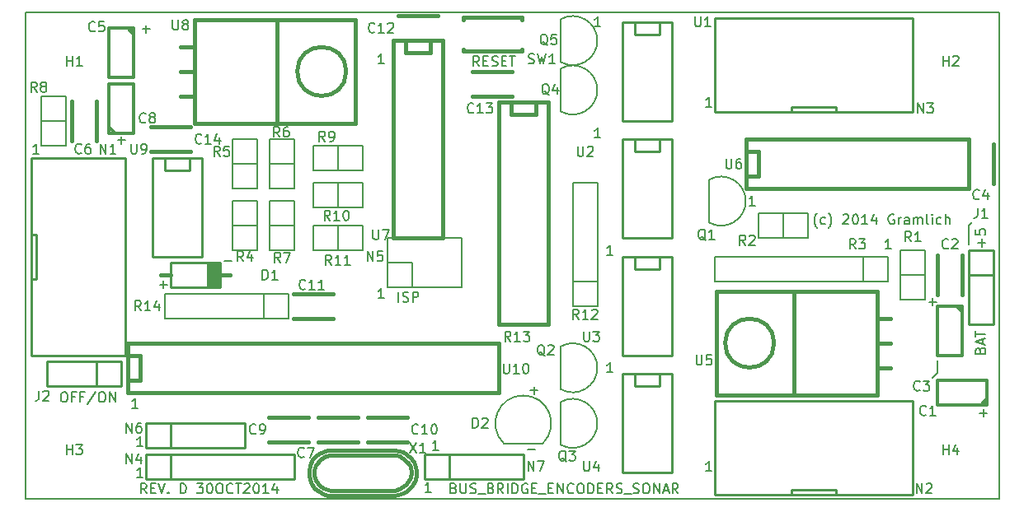
<source format=gto>
%FSLAX36Y36*%
G04 Gerber Fmt 3.6, Leading zero omitted, Abs format (unit inch)*
G04 Created by KiCad (PCBNEW (2014-jul-16 BZR unknown)-product) date Thu 30 Oct 2014 09:58:48 AM PDT*
%MOIN*%
G01*
G04 APERTURE LIST*
%ADD10C,0.003937*%
%ADD11C,0.008000*%
%ADD12C,0.012000*%
%ADD13C,0.015000*%
%ADD14C,0.010000*%
%ADD15C,0.005906*%
G04 APERTURE END LIST*
D10*
D11*
X5445952Y-5108095D02*
X5445952Y-5068095D01*
X5463095Y-5106190D02*
X5468810Y-5108095D01*
X5478333Y-5108095D01*
X5482143Y-5106190D01*
X5484048Y-5104286D01*
X5485952Y-5100476D01*
X5485952Y-5096667D01*
X5484048Y-5092857D01*
X5482143Y-5090952D01*
X5478333Y-5089048D01*
X5470714Y-5087143D01*
X5466905Y-5085238D01*
X5465000Y-5083333D01*
X5463095Y-5079524D01*
X5463095Y-5075714D01*
X5465000Y-5071905D01*
X5466905Y-5070000D01*
X5470714Y-5068095D01*
X5480238Y-5068095D01*
X5485952Y-5070000D01*
X5503095Y-5108095D02*
X5503095Y-5068095D01*
X5518333Y-5068095D01*
X5522143Y-5070000D01*
X5524048Y-5071905D01*
X5525952Y-5075714D01*
X5525952Y-5081429D01*
X5524048Y-5085238D01*
X5522143Y-5087143D01*
X5518333Y-5089048D01*
X5503095Y-5089048D01*
X7750000Y-4800000D02*
X7765000Y-4785000D01*
X7625000Y-5395000D02*
X7625000Y-5345000D01*
X7605000Y-5415000D02*
X7625000Y-5395000D01*
X7750000Y-4875000D02*
X7750000Y-4800000D01*
X7138095Y-4808333D02*
X7136191Y-4806429D01*
X7132381Y-4800714D01*
X7130476Y-4796905D01*
X7128571Y-4791190D01*
X7126667Y-4781667D01*
X7126667Y-4774048D01*
X7128571Y-4764524D01*
X7130476Y-4758810D01*
X7132381Y-4755000D01*
X7136191Y-4749286D01*
X7138095Y-4747381D01*
X7170476Y-4791190D02*
X7166667Y-4793095D01*
X7159048Y-4793095D01*
X7155238Y-4791190D01*
X7153333Y-4789286D01*
X7151429Y-4785476D01*
X7151429Y-4774048D01*
X7153333Y-4770238D01*
X7155238Y-4768333D01*
X7159048Y-4766429D01*
X7166667Y-4766429D01*
X7170476Y-4768333D01*
X7183810Y-4808333D02*
X7185714Y-4806429D01*
X7189524Y-4800714D01*
X7191429Y-4796905D01*
X7193333Y-4791190D01*
X7195238Y-4781667D01*
X7195238Y-4774048D01*
X7193333Y-4764524D01*
X7191429Y-4758810D01*
X7189524Y-4755000D01*
X7185714Y-4749286D01*
X7183810Y-4747381D01*
X7242857Y-4756905D02*
X7244762Y-4755000D01*
X7248571Y-4753095D01*
X7258095Y-4753095D01*
X7261905Y-4755000D01*
X7263810Y-4756905D01*
X7265714Y-4760714D01*
X7265714Y-4764524D01*
X7263810Y-4770238D01*
X7240952Y-4793095D01*
X7265714Y-4793095D01*
X7290476Y-4753095D02*
X7294286Y-4753095D01*
X7298095Y-4755000D01*
X7300000Y-4756905D01*
X7301905Y-4760714D01*
X7303810Y-4768333D01*
X7303810Y-4777857D01*
X7301905Y-4785476D01*
X7300000Y-4789286D01*
X7298095Y-4791190D01*
X7294286Y-4793095D01*
X7290476Y-4793095D01*
X7286667Y-4791190D01*
X7284762Y-4789286D01*
X7282857Y-4785476D01*
X7280952Y-4777857D01*
X7280952Y-4768333D01*
X7282857Y-4760714D01*
X7284762Y-4756905D01*
X7286667Y-4755000D01*
X7290476Y-4753095D01*
X7341905Y-4793095D02*
X7319048Y-4793095D01*
X7330476Y-4793095D02*
X7330476Y-4753095D01*
X7326667Y-4758810D01*
X7322857Y-4762619D01*
X7319048Y-4764524D01*
X7376190Y-4766429D02*
X7376190Y-4793095D01*
X7366667Y-4751190D02*
X7357143Y-4779762D01*
X7381905Y-4779762D01*
X7448571Y-4755000D02*
X7444762Y-4753095D01*
X7439048Y-4753095D01*
X7433333Y-4755000D01*
X7429524Y-4758810D01*
X7427619Y-4762619D01*
X7425714Y-4770238D01*
X7425714Y-4775952D01*
X7427619Y-4783571D01*
X7429524Y-4787381D01*
X7433333Y-4791190D01*
X7439048Y-4793095D01*
X7442857Y-4793095D01*
X7448571Y-4791190D01*
X7450476Y-4789286D01*
X7450476Y-4775952D01*
X7442857Y-4775952D01*
X7467619Y-4793095D02*
X7467619Y-4766429D01*
X7467619Y-4774048D02*
X7469524Y-4770238D01*
X7471429Y-4768333D01*
X7475238Y-4766429D01*
X7479048Y-4766429D01*
X7509524Y-4793095D02*
X7509524Y-4772143D01*
X7507619Y-4768333D01*
X7503809Y-4766429D01*
X7496190Y-4766429D01*
X7492381Y-4768333D01*
X7509524Y-4791190D02*
X7505714Y-4793095D01*
X7496190Y-4793095D01*
X7492381Y-4791190D01*
X7490476Y-4787381D01*
X7490476Y-4783571D01*
X7492381Y-4779762D01*
X7496190Y-4777857D01*
X7505714Y-4777857D01*
X7509524Y-4775952D01*
X7528571Y-4793095D02*
X7528571Y-4766429D01*
X7528571Y-4770238D02*
X7530476Y-4768333D01*
X7534286Y-4766429D01*
X7540000Y-4766429D01*
X7543809Y-4768333D01*
X7545714Y-4772143D01*
X7545714Y-4793095D01*
X7545714Y-4772143D02*
X7547619Y-4768333D01*
X7551429Y-4766429D01*
X7557143Y-4766429D01*
X7560952Y-4768333D01*
X7562857Y-4772143D01*
X7562857Y-4793095D01*
X7587619Y-4793095D02*
X7583810Y-4791190D01*
X7581905Y-4787381D01*
X7581905Y-4753095D01*
X7602857Y-4793095D02*
X7602857Y-4766429D01*
X7602857Y-4753095D02*
X7600952Y-4755000D01*
X7602857Y-4756905D01*
X7604762Y-4755000D01*
X7602857Y-4753095D01*
X7602857Y-4756905D01*
X7639048Y-4791190D02*
X7635238Y-4793095D01*
X7627619Y-4793095D01*
X7623810Y-4791190D01*
X7621905Y-4789286D01*
X7620000Y-4785476D01*
X7620000Y-4774048D01*
X7621905Y-4770238D01*
X7623810Y-4768333D01*
X7627619Y-4766429D01*
X7635238Y-4766429D01*
X7639048Y-4768333D01*
X7656190Y-4793095D02*
X7656190Y-4753095D01*
X7673333Y-4793095D02*
X7673333Y-4772143D01*
X7671429Y-4768333D01*
X7667619Y-4766429D01*
X7661905Y-4766429D01*
X7658095Y-4768333D01*
X7656190Y-4770238D01*
X4426667Y-5883095D02*
X4413333Y-5864048D01*
X4403810Y-5883095D02*
X4403810Y-5843095D01*
X4419048Y-5843095D01*
X4422857Y-5845000D01*
X4424762Y-5846905D01*
X4426667Y-5850714D01*
X4426667Y-5856429D01*
X4424762Y-5860238D01*
X4422857Y-5862143D01*
X4419048Y-5864048D01*
X4403810Y-5864048D01*
X4443810Y-5862143D02*
X4457143Y-5862143D01*
X4462857Y-5883095D02*
X4443810Y-5883095D01*
X4443810Y-5843095D01*
X4462857Y-5843095D01*
X4474286Y-5843095D02*
X4487619Y-5883095D01*
X4500952Y-5843095D01*
X4514286Y-5879286D02*
X4516191Y-5881190D01*
X4514286Y-5883095D01*
X4512381Y-5881190D01*
X4514286Y-5879286D01*
X4514286Y-5883095D01*
X4563810Y-5883095D02*
X4563810Y-5843095D01*
X4573333Y-5843095D01*
X4579048Y-5845000D01*
X4582857Y-5848810D01*
X4584762Y-5852619D01*
X4586667Y-5860238D01*
X4586667Y-5865952D01*
X4584762Y-5873571D01*
X4582857Y-5877381D01*
X4579048Y-5881190D01*
X4573333Y-5883095D01*
X4563810Y-5883095D01*
X4630476Y-5843095D02*
X4655238Y-5843095D01*
X4641905Y-5858333D01*
X4647619Y-5858333D01*
X4651429Y-5860238D01*
X4653333Y-5862143D01*
X4655238Y-5865952D01*
X4655238Y-5875476D01*
X4653333Y-5879286D01*
X4651429Y-5881190D01*
X4647619Y-5883095D01*
X4636191Y-5883095D01*
X4632381Y-5881190D01*
X4630476Y-5879286D01*
X4680000Y-5843095D02*
X4683810Y-5843095D01*
X4687619Y-5845000D01*
X4689524Y-5846905D01*
X4691429Y-5850714D01*
X4693333Y-5858333D01*
X4693333Y-5867857D01*
X4691429Y-5875476D01*
X4689524Y-5879286D01*
X4687619Y-5881190D01*
X4683810Y-5883095D01*
X4680000Y-5883095D01*
X4676191Y-5881190D01*
X4674286Y-5879286D01*
X4672381Y-5875476D01*
X4670476Y-5867857D01*
X4670476Y-5858333D01*
X4672381Y-5850714D01*
X4674286Y-5846905D01*
X4676191Y-5845000D01*
X4680000Y-5843095D01*
X4718095Y-5843095D02*
X4725714Y-5843095D01*
X4729524Y-5845000D01*
X4733333Y-5848810D01*
X4735238Y-5856429D01*
X4735238Y-5869762D01*
X4733333Y-5877381D01*
X4729524Y-5881190D01*
X4725714Y-5883095D01*
X4718095Y-5883095D01*
X4714286Y-5881190D01*
X4710476Y-5877381D01*
X4708571Y-5869762D01*
X4708571Y-5856429D01*
X4710476Y-5848810D01*
X4714286Y-5845000D01*
X4718095Y-5843095D01*
X4775238Y-5879286D02*
X4773333Y-5881190D01*
X4767619Y-5883095D01*
X4763810Y-5883095D01*
X4758095Y-5881190D01*
X4754286Y-5877381D01*
X4752381Y-5873571D01*
X4750476Y-5865952D01*
X4750476Y-5860238D01*
X4752381Y-5852619D01*
X4754286Y-5848810D01*
X4758095Y-5845000D01*
X4763810Y-5843095D01*
X4767619Y-5843095D01*
X4773333Y-5845000D01*
X4775238Y-5846905D01*
X4786667Y-5843095D02*
X4809524Y-5843095D01*
X4798095Y-5883095D02*
X4798095Y-5843095D01*
X4820952Y-5846905D02*
X4822857Y-5845000D01*
X4826667Y-5843095D01*
X4836190Y-5843095D01*
X4840000Y-5845000D01*
X4841905Y-5846905D01*
X4843810Y-5850714D01*
X4843810Y-5854524D01*
X4841905Y-5860238D01*
X4819048Y-5883095D01*
X4843810Y-5883095D01*
X4868571Y-5843095D02*
X4872381Y-5843095D01*
X4876190Y-5845000D01*
X4878095Y-5846905D01*
X4880000Y-5850714D01*
X4881905Y-5858333D01*
X4881905Y-5867857D01*
X4880000Y-5875476D01*
X4878095Y-5879286D01*
X4876190Y-5881190D01*
X4872381Y-5883095D01*
X4868571Y-5883095D01*
X4864762Y-5881190D01*
X4862857Y-5879286D01*
X4860952Y-5875476D01*
X4859048Y-5867857D01*
X4859048Y-5858333D01*
X4860952Y-5850714D01*
X4862857Y-5846905D01*
X4864762Y-5845000D01*
X4868571Y-5843095D01*
X4920000Y-5883095D02*
X4897143Y-5883095D01*
X4908571Y-5883095D02*
X4908571Y-5843095D01*
X4904762Y-5848810D01*
X4900952Y-5852619D01*
X4897143Y-5854524D01*
X4954286Y-5856429D02*
X4954286Y-5883095D01*
X4944762Y-5841190D02*
X4935238Y-5869762D01*
X4960000Y-5869762D01*
X4391429Y-5538095D02*
X4368571Y-5538095D01*
X4380000Y-5538095D02*
X4380000Y-5498095D01*
X4376191Y-5503810D01*
X4372381Y-5507619D01*
X4368571Y-5509524D01*
X5386429Y-4143095D02*
X5363571Y-4143095D01*
X5375000Y-4143095D02*
X5375000Y-4103095D01*
X5371191Y-4108810D01*
X5367381Y-4112619D01*
X5363571Y-4114524D01*
X6711429Y-5793095D02*
X6688571Y-5793095D01*
X6700000Y-5793095D02*
X6700000Y-5753095D01*
X6696191Y-5758810D01*
X6692381Y-5762619D01*
X6688571Y-5764524D01*
X7436429Y-4893095D02*
X7413571Y-4893095D01*
X7425000Y-4893095D02*
X7425000Y-4853095D01*
X7421191Y-4858810D01*
X7417381Y-4862619D01*
X7413571Y-4864524D01*
X6311429Y-5393095D02*
X6288571Y-5393095D01*
X6300000Y-5393095D02*
X6300000Y-5353095D01*
X6296191Y-5358810D01*
X6292381Y-5362619D01*
X6288571Y-5364524D01*
X6311429Y-4918095D02*
X6288571Y-4918095D01*
X6300000Y-4918095D02*
X6300000Y-4878095D01*
X6296191Y-4883810D01*
X6292381Y-4887619D01*
X6288571Y-4889524D01*
X6261429Y-4443095D02*
X6238571Y-4443095D01*
X6250000Y-4443095D02*
X6250000Y-4403095D01*
X6246191Y-4408810D01*
X6242381Y-4412619D01*
X6238571Y-4414524D01*
X6261429Y-3993095D02*
X6238571Y-3993095D01*
X6250000Y-3993095D02*
X6250000Y-3953095D01*
X6246191Y-3958810D01*
X6242381Y-3962619D01*
X6238571Y-3964524D01*
X6886429Y-4718095D02*
X6863571Y-4718095D01*
X6875000Y-4718095D02*
X6875000Y-4678095D01*
X6871191Y-4683810D01*
X6867381Y-4687619D01*
X6863571Y-4689524D01*
X5576429Y-5878095D02*
X5553571Y-5878095D01*
X5565000Y-5878095D02*
X5565000Y-5838095D01*
X5561191Y-5843810D01*
X5557381Y-5847619D01*
X5553571Y-5849524D01*
X4411429Y-5693095D02*
X4388571Y-5693095D01*
X4400000Y-5693095D02*
X4400000Y-5653095D01*
X4396191Y-5658810D01*
X4392381Y-5662619D01*
X4388571Y-5664524D01*
X7620238Y-5107857D02*
X7589762Y-5107857D01*
X7605000Y-5123095D02*
X7605000Y-5092619D01*
X5771905Y-4153095D02*
X5758571Y-4134048D01*
X5749048Y-4153095D02*
X5749048Y-4113095D01*
X5764286Y-4113095D01*
X5768095Y-4115000D01*
X5770000Y-4116905D01*
X5771905Y-4120714D01*
X5771905Y-4126429D01*
X5770000Y-4130238D01*
X5768095Y-4132143D01*
X5764286Y-4134048D01*
X5749048Y-4134048D01*
X5789048Y-4132143D02*
X5802381Y-4132143D01*
X5808095Y-4153095D02*
X5789048Y-4153095D01*
X5789048Y-4113095D01*
X5808095Y-4113095D01*
X5823333Y-4151190D02*
X5829048Y-4153095D01*
X5838571Y-4153095D01*
X5842381Y-4151190D01*
X5844286Y-4149286D01*
X5846190Y-4145476D01*
X5846190Y-4141667D01*
X5844286Y-4137857D01*
X5842381Y-4135952D01*
X5838571Y-4134048D01*
X5830952Y-4132143D01*
X5827143Y-4130238D01*
X5825238Y-4128333D01*
X5823333Y-4124524D01*
X5823333Y-4120714D01*
X5825238Y-4116905D01*
X5827143Y-4115000D01*
X5830952Y-4113095D01*
X5840476Y-4113095D01*
X5846190Y-4115000D01*
X5863333Y-4132143D02*
X5876667Y-4132143D01*
X5882381Y-4153095D02*
X5863333Y-4153095D01*
X5863333Y-4113095D01*
X5882381Y-4113095D01*
X5893810Y-4113095D02*
X5916667Y-4113095D01*
X5905238Y-4153095D02*
X5905238Y-4113095D01*
X3937008Y-5905512D02*
X3937008Y-3937008D01*
X7874016Y-5905512D02*
X3937008Y-5905512D01*
X7874016Y-3937008D02*
X7874016Y-5905512D01*
X3937008Y-3937008D02*
X7874016Y-3937008D01*
X5669286Y-5862143D02*
X5675000Y-5864048D01*
X5676905Y-5865952D01*
X5678810Y-5869762D01*
X5678810Y-5875476D01*
X5676905Y-5879286D01*
X5675000Y-5881190D01*
X5671190Y-5883095D01*
X5655952Y-5883095D01*
X5655952Y-5843095D01*
X5669286Y-5843095D01*
X5673095Y-5845000D01*
X5675000Y-5846905D01*
X5676905Y-5850714D01*
X5676905Y-5854524D01*
X5675000Y-5858333D01*
X5673095Y-5860238D01*
X5669286Y-5862143D01*
X5655952Y-5862143D01*
X5695952Y-5843095D02*
X5695952Y-5875476D01*
X5697857Y-5879286D01*
X5699762Y-5881190D01*
X5703571Y-5883095D01*
X5711190Y-5883095D01*
X5715000Y-5881190D01*
X5716905Y-5879286D01*
X5718810Y-5875476D01*
X5718810Y-5843095D01*
X5735952Y-5881190D02*
X5741667Y-5883095D01*
X5751190Y-5883095D01*
X5755000Y-5881190D01*
X5756905Y-5879286D01*
X5758810Y-5875476D01*
X5758810Y-5871667D01*
X5756905Y-5867857D01*
X5755000Y-5865952D01*
X5751190Y-5864048D01*
X5743571Y-5862143D01*
X5739762Y-5860238D01*
X5737857Y-5858333D01*
X5735952Y-5854524D01*
X5735952Y-5850714D01*
X5737857Y-5846905D01*
X5739762Y-5845000D01*
X5743571Y-5843095D01*
X5753095Y-5843095D01*
X5758810Y-5845000D01*
X5766429Y-5886905D02*
X5796905Y-5886905D01*
X5819762Y-5862143D02*
X5825476Y-5864048D01*
X5827381Y-5865952D01*
X5829286Y-5869762D01*
X5829286Y-5875476D01*
X5827381Y-5879286D01*
X5825476Y-5881190D01*
X5821667Y-5883095D01*
X5806429Y-5883095D01*
X5806429Y-5843095D01*
X5819762Y-5843095D01*
X5823571Y-5845000D01*
X5825476Y-5846905D01*
X5827381Y-5850714D01*
X5827381Y-5854524D01*
X5825476Y-5858333D01*
X5823571Y-5860238D01*
X5819762Y-5862143D01*
X5806429Y-5862143D01*
X5869286Y-5883095D02*
X5855952Y-5864048D01*
X5846429Y-5883095D02*
X5846429Y-5843095D01*
X5861667Y-5843095D01*
X5865476Y-5845000D01*
X5867381Y-5846905D01*
X5869286Y-5850714D01*
X5869286Y-5856429D01*
X5867381Y-5860238D01*
X5865476Y-5862143D01*
X5861667Y-5864048D01*
X5846429Y-5864048D01*
X5886429Y-5883095D02*
X5886429Y-5843095D01*
X5905476Y-5883095D02*
X5905476Y-5843095D01*
X5915000Y-5843095D01*
X5920714Y-5845000D01*
X5924524Y-5848810D01*
X5926429Y-5852619D01*
X5928333Y-5860238D01*
X5928333Y-5865952D01*
X5926429Y-5873571D01*
X5924524Y-5877381D01*
X5920714Y-5881190D01*
X5915000Y-5883095D01*
X5905476Y-5883095D01*
X5966429Y-5845000D02*
X5962619Y-5843095D01*
X5956905Y-5843095D01*
X5951191Y-5845000D01*
X5947381Y-5848810D01*
X5945476Y-5852619D01*
X5943571Y-5860238D01*
X5943571Y-5865952D01*
X5945476Y-5873571D01*
X5947381Y-5877381D01*
X5951191Y-5881190D01*
X5956905Y-5883095D01*
X5960714Y-5883095D01*
X5966429Y-5881190D01*
X5968333Y-5879286D01*
X5968333Y-5865952D01*
X5960714Y-5865952D01*
X5985476Y-5862143D02*
X5998810Y-5862143D01*
X6004524Y-5883095D02*
X5985476Y-5883095D01*
X5985476Y-5843095D01*
X6004524Y-5843095D01*
X6012143Y-5886905D02*
X6042619Y-5886905D01*
X6052143Y-5862143D02*
X6065476Y-5862143D01*
X6071190Y-5883095D02*
X6052143Y-5883095D01*
X6052143Y-5843095D01*
X6071190Y-5843095D01*
X6088333Y-5883095D02*
X6088333Y-5843095D01*
X6111190Y-5883095D01*
X6111190Y-5843095D01*
X6153095Y-5879286D02*
X6151190Y-5881190D01*
X6145476Y-5883095D01*
X6141667Y-5883095D01*
X6135952Y-5881190D01*
X6132143Y-5877381D01*
X6130238Y-5873571D01*
X6128333Y-5865952D01*
X6128333Y-5860238D01*
X6130238Y-5852619D01*
X6132143Y-5848810D01*
X6135952Y-5845000D01*
X6141667Y-5843095D01*
X6145476Y-5843095D01*
X6151190Y-5845000D01*
X6153095Y-5846905D01*
X6177857Y-5843095D02*
X6185476Y-5843095D01*
X6189286Y-5845000D01*
X6193095Y-5848810D01*
X6195000Y-5856429D01*
X6195000Y-5869762D01*
X6193095Y-5877381D01*
X6189286Y-5881190D01*
X6185476Y-5883095D01*
X6177857Y-5883095D01*
X6174048Y-5881190D01*
X6170238Y-5877381D01*
X6168333Y-5869762D01*
X6168333Y-5856429D01*
X6170238Y-5848810D01*
X6174048Y-5845000D01*
X6177857Y-5843095D01*
X6212143Y-5883095D02*
X6212143Y-5843095D01*
X6221667Y-5843095D01*
X6227381Y-5845000D01*
X6231190Y-5848810D01*
X6233095Y-5852619D01*
X6235000Y-5860238D01*
X6235000Y-5865952D01*
X6233095Y-5873571D01*
X6231190Y-5877381D01*
X6227381Y-5881190D01*
X6221667Y-5883095D01*
X6212143Y-5883095D01*
X6252143Y-5862143D02*
X6265476Y-5862143D01*
X6271190Y-5883095D02*
X6252143Y-5883095D01*
X6252143Y-5843095D01*
X6271190Y-5843095D01*
X6311190Y-5883095D02*
X6297857Y-5864048D01*
X6288333Y-5883095D02*
X6288333Y-5843095D01*
X6303571Y-5843095D01*
X6307381Y-5845000D01*
X6309286Y-5846905D01*
X6311190Y-5850714D01*
X6311190Y-5856429D01*
X6309286Y-5860238D01*
X6307381Y-5862143D01*
X6303571Y-5864048D01*
X6288333Y-5864048D01*
X6326429Y-5881190D02*
X6332143Y-5883095D01*
X6341667Y-5883095D01*
X6345476Y-5881190D01*
X6347381Y-5879286D01*
X6349286Y-5875476D01*
X6349286Y-5871667D01*
X6347381Y-5867857D01*
X6345476Y-5865952D01*
X6341667Y-5864048D01*
X6334048Y-5862143D01*
X6330238Y-5860238D01*
X6328333Y-5858333D01*
X6326429Y-5854524D01*
X6326429Y-5850714D01*
X6328333Y-5846905D01*
X6330238Y-5845000D01*
X6334048Y-5843095D01*
X6343571Y-5843095D01*
X6349286Y-5845000D01*
X6356905Y-5886905D02*
X6387381Y-5886905D01*
X6395000Y-5881190D02*
X6400714Y-5883095D01*
X6410238Y-5883095D01*
X6414048Y-5881190D01*
X6415952Y-5879286D01*
X6417857Y-5875476D01*
X6417857Y-5871667D01*
X6415952Y-5867857D01*
X6414048Y-5865952D01*
X6410238Y-5864048D01*
X6402619Y-5862143D01*
X6398810Y-5860238D01*
X6396905Y-5858333D01*
X6395000Y-5854524D01*
X6395000Y-5850714D01*
X6396905Y-5846905D01*
X6398810Y-5845000D01*
X6402619Y-5843095D01*
X6412143Y-5843095D01*
X6417857Y-5845000D01*
X6442619Y-5843095D02*
X6450238Y-5843095D01*
X6454048Y-5845000D01*
X6457857Y-5848810D01*
X6459762Y-5856429D01*
X6459762Y-5869762D01*
X6457857Y-5877381D01*
X6454048Y-5881190D01*
X6450238Y-5883095D01*
X6442619Y-5883095D01*
X6438810Y-5881190D01*
X6435000Y-5877381D01*
X6433095Y-5869762D01*
X6433095Y-5856429D01*
X6435000Y-5848810D01*
X6438810Y-5845000D01*
X6442619Y-5843095D01*
X6476905Y-5883095D02*
X6476905Y-5843095D01*
X6499762Y-5883095D01*
X6499762Y-5843095D01*
X6516905Y-5871667D02*
X6535952Y-5871667D01*
X6513095Y-5883095D02*
X6526429Y-5843095D01*
X6539762Y-5883095D01*
X6575952Y-5883095D02*
X6562619Y-5864048D01*
X6553095Y-5883095D02*
X6553095Y-5843095D01*
X6568333Y-5843095D01*
X6572143Y-5845000D01*
X6574048Y-5846905D01*
X6575952Y-5850714D01*
X6575952Y-5856429D01*
X6574048Y-5860238D01*
X6572143Y-5862143D01*
X6568333Y-5864048D01*
X6553095Y-5864048D01*
X3991429Y-4508095D02*
X3968571Y-4508095D01*
X3980000Y-4508095D02*
X3980000Y-4468095D01*
X3976191Y-4473810D01*
X3972381Y-4477619D01*
X3968571Y-4479524D01*
X5386429Y-5093095D02*
X5363571Y-5093095D01*
X5375000Y-5093095D02*
X5375000Y-5053095D01*
X5371191Y-5058810D01*
X5367381Y-5062619D01*
X5363571Y-5064524D01*
X4090048Y-5473695D02*
X4097667Y-5473695D01*
X4101476Y-5475600D01*
X4105286Y-5479410D01*
X4107190Y-5487029D01*
X4107190Y-5500362D01*
X4105286Y-5507981D01*
X4101476Y-5511790D01*
X4097667Y-5513695D01*
X4090048Y-5513695D01*
X4086238Y-5511790D01*
X4082429Y-5507981D01*
X4080524Y-5500362D01*
X4080524Y-5487029D01*
X4082429Y-5479410D01*
X4086238Y-5475600D01*
X4090048Y-5473695D01*
X4137667Y-5492743D02*
X4124333Y-5492743D01*
X4124333Y-5513695D02*
X4124333Y-5473695D01*
X4143381Y-5473695D01*
X4171952Y-5492743D02*
X4158619Y-5492743D01*
X4158619Y-5513695D02*
X4158619Y-5473695D01*
X4177667Y-5473695D01*
X4221476Y-5471790D02*
X4187190Y-5523219D01*
X4242429Y-5473695D02*
X4250048Y-5473695D01*
X4253857Y-5475600D01*
X4257667Y-5479410D01*
X4259571Y-5487029D01*
X4259571Y-5500362D01*
X4257667Y-5507981D01*
X4253857Y-5511790D01*
X4250048Y-5513695D01*
X4242429Y-5513695D01*
X4238619Y-5511790D01*
X4234810Y-5507981D01*
X4232905Y-5500362D01*
X4232905Y-5487029D01*
X4234810Y-5479410D01*
X4238619Y-5475600D01*
X4242429Y-5473695D01*
X4276714Y-5513695D02*
X4276714Y-5473695D01*
X4299571Y-5513695D01*
X4299571Y-5473695D01*
X5606429Y-5708095D02*
X5583571Y-5708095D01*
X5595000Y-5708095D02*
X5595000Y-5668095D01*
X5591191Y-5673810D01*
X5587381Y-5677619D01*
X5583571Y-5679524D01*
X6711429Y-4318095D02*
X6688571Y-4318095D01*
X6700000Y-4318095D02*
X6700000Y-4278095D01*
X6696191Y-4283810D01*
X6692381Y-4287619D01*
X6688571Y-4289524D01*
X4411429Y-5818095D02*
X4388571Y-5818095D01*
X4400000Y-5818095D02*
X4400000Y-5778095D01*
X4396191Y-5783810D01*
X4392381Y-5787619D01*
X4388571Y-5789524D01*
X7797143Y-5304524D02*
X7799048Y-5298810D01*
X7800952Y-5296905D01*
X7804762Y-5295000D01*
X7810476Y-5295000D01*
X7814286Y-5296905D01*
X7816190Y-5298810D01*
X7818095Y-5302619D01*
X7818095Y-5317857D01*
X7778095Y-5317857D01*
X7778095Y-5304524D01*
X7780000Y-5300714D01*
X7781905Y-5298810D01*
X7785714Y-5296905D01*
X7789524Y-5296905D01*
X7793333Y-5298810D01*
X7795238Y-5300714D01*
X7797143Y-5304524D01*
X7797143Y-5317857D01*
X7806667Y-5279762D02*
X7806667Y-5260714D01*
X7818095Y-5283571D02*
X7778095Y-5270238D01*
X7818095Y-5256905D01*
X7778095Y-5249286D02*
X7778095Y-5226429D01*
X7818095Y-5237857D02*
X7778095Y-5237857D01*
X7802857Y-4884286D02*
X7802857Y-4853810D01*
X7818095Y-4869048D02*
X7787619Y-4869048D01*
X7778095Y-4815714D02*
X7778095Y-4834762D01*
X7797143Y-4836667D01*
X7795238Y-4834762D01*
X7793333Y-4830952D01*
X7793333Y-4821429D01*
X7795238Y-4817619D01*
X7797143Y-4815714D01*
X7800952Y-4813810D01*
X7810476Y-4813810D01*
X7814286Y-4815714D01*
X7816190Y-4817619D01*
X7818095Y-4821429D01*
X7818095Y-4830952D01*
X7816190Y-4834762D01*
X7814286Y-4836667D01*
X7825238Y-5557857D02*
X7794762Y-5557857D01*
X7810000Y-5573095D02*
X7810000Y-5542619D01*
X4440238Y-4002857D02*
X4409762Y-4002857D01*
X4425000Y-4018095D02*
X4425000Y-3987619D01*
X4340238Y-4452857D02*
X4309762Y-4452857D01*
X4325000Y-4468095D02*
X4325000Y-4437619D01*
D12*
X4375000Y-4002000D02*
X4375000Y-4200000D01*
X4375000Y-4200000D02*
X4275000Y-4200000D01*
X4275000Y-4200000D02*
X4275000Y-4000000D01*
X4275000Y-4000000D02*
X4375000Y-4000000D01*
X4350000Y-4000000D02*
X4375000Y-4025000D01*
D13*
X4125000Y-4295000D02*
X4125000Y-4455000D01*
X4225000Y-4455000D02*
X4225000Y-4295000D01*
D12*
X4275000Y-4423000D02*
X4275000Y-4225000D01*
X4275000Y-4225000D02*
X4375000Y-4225000D01*
X4375000Y-4225000D02*
X4375000Y-4425000D01*
X4375000Y-4425000D02*
X4275000Y-4425000D01*
X4300000Y-4425000D02*
X4275000Y-4400000D01*
D13*
X5080000Y-5575000D02*
X4920000Y-5575000D01*
X4920000Y-5675000D02*
X5080000Y-5675000D01*
X4525000Y-5000000D02*
X4485000Y-5000000D01*
X4715000Y-5000000D02*
X4765000Y-5000000D01*
D14*
X4705000Y-4950000D02*
X4705000Y-5050000D01*
X4695000Y-4950000D02*
X4695000Y-5050000D01*
X4685000Y-4950000D02*
X4685000Y-5050000D01*
X4715000Y-4950000D02*
X4715000Y-5050000D01*
X4675000Y-4950000D02*
X4725000Y-5050000D01*
X4725000Y-4950000D02*
X4675000Y-5050000D01*
X4675000Y-4950000D02*
X4675000Y-5050000D01*
X4700000Y-4950000D02*
X4700000Y-5050000D01*
X4725000Y-5050000D02*
X4725000Y-4950000D01*
X4725000Y-4950000D02*
X4525000Y-4950000D01*
X4525000Y-4950000D02*
X4525000Y-5050000D01*
X4525000Y-5050000D02*
X4725000Y-5050000D01*
X7750000Y-5000000D02*
X7750000Y-5200000D01*
X7750000Y-5200000D02*
X7850000Y-5200000D01*
X7850000Y-5200000D02*
X7850000Y-5000000D01*
X7850000Y-4900000D02*
X7850000Y-5000000D01*
X7850000Y-5000000D02*
X7750000Y-5000000D01*
X7850000Y-4900000D02*
X7750000Y-4900000D01*
X7750000Y-4900000D02*
X7750000Y-5000000D01*
X4225000Y-5350000D02*
X4025000Y-5350000D01*
X4025000Y-5350000D02*
X4025000Y-5450000D01*
X4025000Y-5450000D02*
X4225000Y-5450000D01*
X4325000Y-5450000D02*
X4225000Y-5450000D01*
X4225000Y-5450000D02*
X4225000Y-5350000D01*
X4325000Y-5450000D02*
X4325000Y-5350000D01*
X4325000Y-5350000D02*
X4225000Y-5350000D01*
X3960000Y-5015000D02*
X3980000Y-5015000D01*
X3980000Y-5015000D02*
X3980000Y-4835000D01*
X3980000Y-4835000D02*
X3960000Y-4835000D01*
X4340000Y-4525000D02*
X4340000Y-5325000D01*
X4340000Y-5325000D02*
X3960000Y-5325000D01*
X3960000Y-5325000D02*
X3960000Y-4525000D01*
X3960000Y-4525000D02*
X4340000Y-4525000D01*
X5650000Y-5825000D02*
X5950000Y-5825000D01*
X5650000Y-5725000D02*
X5950000Y-5725000D01*
X5550000Y-5725000D02*
X5650000Y-5725000D01*
X5950000Y-5825000D02*
X5950000Y-5725000D01*
X5650000Y-5725000D02*
X5650000Y-5825000D01*
X5550000Y-5725000D02*
X5550000Y-5825000D01*
X5550000Y-5825000D02*
X5650000Y-5825000D01*
D13*
X5706900Y-3956100D02*
X5706900Y-3965900D01*
X5943100Y-3956100D02*
X5943100Y-3965900D01*
X5706900Y-4093900D02*
X5706900Y-4084100D01*
X5943100Y-4093900D02*
X5943100Y-4084100D01*
X5943100Y-3956100D02*
X5706900Y-3956100D01*
X5943100Y-4093900D02*
X5706900Y-4093900D01*
D14*
X6500000Y-4450000D02*
X6500000Y-4500000D01*
X6500000Y-4500000D02*
X6400000Y-4500000D01*
X6400000Y-4500000D02*
X6400000Y-4450000D01*
X6550000Y-4450000D02*
X6550000Y-4850000D01*
X6550000Y-4850000D02*
X6350000Y-4850000D01*
X6350000Y-4850000D02*
X6350000Y-4450000D01*
X6350000Y-4450000D02*
X6550000Y-4450000D01*
X6500000Y-4925000D02*
X6500000Y-4975000D01*
X6500000Y-4975000D02*
X6400000Y-4975000D01*
X6400000Y-4975000D02*
X6400000Y-4925000D01*
X6550000Y-4925000D02*
X6550000Y-5325000D01*
X6550000Y-5325000D02*
X6350000Y-5325000D01*
X6350000Y-5325000D02*
X6350000Y-4925000D01*
X6350000Y-4925000D02*
X6550000Y-4925000D01*
X6500000Y-5400000D02*
X6500000Y-5450000D01*
X6500000Y-5450000D02*
X6400000Y-5450000D01*
X6400000Y-5450000D02*
X6400000Y-5400000D01*
X6550000Y-5400000D02*
X6550000Y-5800000D01*
X6550000Y-5800000D02*
X6350000Y-5800000D01*
X6350000Y-5800000D02*
X6350000Y-5400000D01*
X6350000Y-5400000D02*
X6550000Y-5400000D01*
D13*
X5625000Y-4050000D02*
X5625000Y-4850000D01*
X5425000Y-4850000D02*
X5425000Y-4050000D01*
X5425000Y-4050000D02*
X5625000Y-4050000D01*
X5575000Y-4050000D02*
X5575000Y-4100000D01*
X5575000Y-4100000D02*
X5475000Y-4100000D01*
X5475000Y-4100000D02*
X5475000Y-4050000D01*
X5625000Y-4850000D02*
X5425000Y-4850000D01*
X5485000Y-5760600D02*
X5492900Y-5776400D01*
X5492900Y-5776400D02*
X5496900Y-5800000D01*
X5496900Y-5800000D02*
X5492900Y-5819700D01*
X5492900Y-5819700D02*
X5477200Y-5847200D01*
X5477200Y-5847200D02*
X5453500Y-5863000D01*
X5453500Y-5863000D02*
X5429900Y-5870900D01*
X5429900Y-5870900D02*
X5170100Y-5870900D01*
X5170100Y-5870900D02*
X5142500Y-5863000D01*
X5142500Y-5863000D02*
X5126800Y-5851200D01*
X5126800Y-5851200D02*
X5111000Y-5831500D01*
X5111000Y-5831500D02*
X5103100Y-5807900D01*
X5103100Y-5807900D02*
X5103100Y-5788200D01*
X5103100Y-5788200D02*
X5111000Y-5768500D01*
X5111000Y-5768500D02*
X5130700Y-5744900D01*
X5130700Y-5744900D02*
X5150400Y-5733100D01*
X5150400Y-5733100D02*
X5170100Y-5729100D01*
X5174000Y-5729100D02*
X5433900Y-5729100D01*
X5433900Y-5729100D02*
X5449600Y-5733100D01*
X5449600Y-5733100D02*
X5469300Y-5744900D01*
X5469300Y-5744900D02*
X5489000Y-5764600D01*
X5174400Y-5708300D02*
X5156300Y-5710200D01*
X5156300Y-5710200D02*
X5140600Y-5714600D01*
X5140600Y-5714600D02*
X5123600Y-5723200D01*
X5123600Y-5723200D02*
X5112200Y-5732300D01*
X5112200Y-5732300D02*
X5099200Y-5746100D01*
X5099200Y-5746100D02*
X5087800Y-5767300D01*
X5087800Y-5767300D02*
X5082700Y-5790900D01*
X5082700Y-5790900D02*
X5082700Y-5811000D01*
X5082700Y-5811000D02*
X5089400Y-5838600D01*
X5089400Y-5838600D02*
X5105100Y-5861800D01*
X5105100Y-5861800D02*
X5123200Y-5876400D01*
X5123200Y-5876400D02*
X5139800Y-5884600D01*
X5139800Y-5884600D02*
X5157500Y-5890900D01*
X5157500Y-5890900D02*
X5174800Y-5892100D01*
X5463800Y-5883500D02*
X5478700Y-5874800D01*
X5478700Y-5874800D02*
X5491300Y-5863800D01*
X5491300Y-5863800D02*
X5501200Y-5850800D01*
X5501200Y-5850800D02*
X5513000Y-5829100D01*
X5513000Y-5829100D02*
X5517300Y-5810600D01*
X5517300Y-5810600D02*
X5518100Y-5792500D01*
X5518100Y-5792500D02*
X5514600Y-5774400D01*
X5514600Y-5774400D02*
X5507100Y-5756700D01*
X5507100Y-5756700D02*
X5492900Y-5738200D01*
X5492900Y-5738200D02*
X5479100Y-5725600D01*
X5479100Y-5725600D02*
X5463800Y-5716500D01*
X5463800Y-5716500D02*
X5446900Y-5711000D01*
X5446900Y-5711000D02*
X5429500Y-5708300D01*
X5174000Y-5891700D02*
X5428000Y-5891700D01*
X5428000Y-5891700D02*
X5444500Y-5890200D01*
X5444500Y-5890200D02*
X5463800Y-5883500D01*
X5174000Y-5708300D02*
X5428000Y-5708300D01*
D11*
X5870100Y-5680700D02*
X6028300Y-5680700D01*
X6030000Y-5679900D02*
G75*
G03X5870100Y-5680000I-80000J79900D01*
G74*
G01*
D12*
X7823000Y-5525000D02*
X7625000Y-5525000D01*
X7625000Y-5525000D02*
X7625000Y-5425000D01*
X7625000Y-5425000D02*
X7825000Y-5425000D01*
X7825000Y-5425000D02*
X7825000Y-5525000D01*
X7825000Y-5500000D02*
X7800000Y-5525000D01*
D13*
X7625000Y-4920000D02*
X7625000Y-5080000D01*
X7725000Y-5080000D02*
X7725000Y-4920000D01*
D12*
X7725000Y-5127000D02*
X7725000Y-5325000D01*
X7725000Y-5325000D02*
X7625000Y-5325000D01*
X7625000Y-5325000D02*
X7625000Y-5125000D01*
X7625000Y-5125000D02*
X7725000Y-5125000D01*
X7700000Y-5125000D02*
X7725000Y-5150000D01*
D13*
X7850000Y-4630000D02*
X7850000Y-4470000D01*
X7750000Y-4470000D02*
X7750000Y-4630000D01*
X5120000Y-5675000D02*
X5280000Y-5675000D01*
X5280000Y-5575000D02*
X5120000Y-5575000D01*
X5480000Y-5575000D02*
X5320000Y-5575000D01*
X5320000Y-5675000D02*
X5480000Y-5675000D01*
X5020000Y-5175000D02*
X5180000Y-5175000D01*
X5180000Y-5075000D02*
X5020000Y-5075000D01*
X5605000Y-3950000D02*
X5445000Y-3950000D01*
X5445000Y-4050000D02*
X5605000Y-4050000D01*
X5745000Y-4275000D02*
X5905000Y-4275000D01*
X5905000Y-4175000D02*
X5745000Y-4175000D01*
D14*
X7215000Y-5890000D02*
X7215000Y-5870000D01*
X7215000Y-5870000D02*
X7035000Y-5870000D01*
X7035000Y-5870000D02*
X7035000Y-5890000D01*
X6725000Y-5510000D02*
X7525000Y-5510000D01*
X7525000Y-5510000D02*
X7525000Y-5890000D01*
X7525000Y-5890000D02*
X6725000Y-5890000D01*
X6725000Y-5890000D02*
X6725000Y-5510000D01*
X7215000Y-4340000D02*
X7215000Y-4320000D01*
X7215000Y-4320000D02*
X7035000Y-4320000D01*
X7035000Y-4320000D02*
X7035000Y-4340000D01*
X6725000Y-3960000D02*
X7525000Y-3960000D01*
X7525000Y-3960000D02*
X7525000Y-4340000D01*
X7525000Y-4340000D02*
X6725000Y-4340000D01*
X6725000Y-4340000D02*
X6725000Y-3960000D01*
X4525000Y-5725000D02*
X5025000Y-5725000D01*
X5025000Y-5725000D02*
X5025000Y-5825000D01*
X5025000Y-5825000D02*
X4525000Y-5825000D01*
X4425000Y-5725000D02*
X4525000Y-5725000D01*
X4525000Y-5725000D02*
X4525000Y-5825000D01*
X4425000Y-5725000D02*
X4425000Y-5825000D01*
X4425000Y-5825000D02*
X4525000Y-5825000D01*
D15*
X5400000Y-4950000D02*
X5500000Y-4950000D01*
X5500000Y-4950000D02*
X5500000Y-5050000D01*
X5400000Y-5050000D02*
X5700000Y-5050000D01*
X5700000Y-5050000D02*
X5700000Y-4850000D01*
X5700000Y-4850000D02*
X5500000Y-4850000D01*
X5400000Y-5050000D02*
X5400000Y-4950000D01*
X5400000Y-4850000D02*
X5400000Y-4950000D01*
X5500000Y-4850000D02*
X5400000Y-4850000D01*
D14*
X4525000Y-5700000D02*
X4825000Y-5700000D01*
X4525000Y-5600000D02*
X4825000Y-5600000D01*
X4425000Y-5600000D02*
X4525000Y-5600000D01*
X4825000Y-5700000D02*
X4825000Y-5600000D01*
X4525000Y-5600000D02*
X4525000Y-5700000D01*
X4425000Y-5600000D02*
X4425000Y-5700000D01*
X4425000Y-5700000D02*
X4525000Y-5700000D01*
D15*
X7325000Y-5025000D02*
X6725000Y-5025000D01*
X6725000Y-5025000D02*
X6725000Y-4925000D01*
X6725000Y-4925000D02*
X7325000Y-4925000D01*
X7425000Y-5025000D02*
X7325000Y-5025000D01*
X7325000Y-5025000D02*
X7325000Y-4925000D01*
X7425000Y-5025000D02*
X7425000Y-4925000D01*
X7425000Y-4925000D02*
X7325000Y-4925000D01*
X6150000Y-5025000D02*
X6150000Y-4625000D01*
X6150000Y-4625000D02*
X6250000Y-4625000D01*
X6250000Y-4625000D02*
X6250000Y-5025000D01*
X6150000Y-5125000D02*
X6150000Y-5025000D01*
X6150000Y-5025000D02*
X6250000Y-5025000D01*
X6150000Y-5125000D02*
X6250000Y-5125000D01*
X6250000Y-5125000D02*
X6250000Y-5025000D01*
D13*
X6000000Y-4300000D02*
X6000000Y-4300000D01*
X6000000Y-4300000D02*
X6000000Y-4350000D01*
X6000000Y-4350000D02*
X5900000Y-4350000D01*
X5900000Y-4350000D02*
X5900000Y-4300000D01*
X6050000Y-4300000D02*
X6050000Y-5200000D01*
X6050000Y-5200000D02*
X5850000Y-5200000D01*
X5850000Y-5200000D02*
X5850000Y-4300000D01*
X5850000Y-4300000D02*
X6050000Y-4300000D01*
D15*
X4900000Y-5175000D02*
X4500000Y-5175000D01*
X4500000Y-5175000D02*
X4500000Y-5075000D01*
X4500000Y-5075000D02*
X4900000Y-5075000D01*
X5000000Y-5175000D02*
X4900000Y-5175000D01*
X4900000Y-5175000D02*
X4900000Y-5075000D01*
X5000000Y-5175000D02*
X5000000Y-5075000D01*
X5000000Y-5075000D02*
X4900000Y-5075000D01*
D14*
X6500000Y-3975000D02*
X6500000Y-4025000D01*
X6500000Y-4025000D02*
X6400000Y-4025000D01*
X6400000Y-4025000D02*
X6400000Y-3975000D01*
X6550000Y-3975000D02*
X6550000Y-4375000D01*
X6550000Y-4375000D02*
X6350000Y-4375000D01*
X6350000Y-4375000D02*
X6350000Y-3975000D01*
X6350000Y-3975000D02*
X6550000Y-3975000D01*
D13*
X7380000Y-5375000D02*
X7435000Y-5375000D01*
X7380000Y-5275000D02*
X7435000Y-5275000D01*
X7380000Y-5175000D02*
X7435000Y-5175000D01*
X6963995Y-5275000D02*
G75*
G03X6963995Y-5275000I-98995J0D01*
G74*
G01*
X7045000Y-5065000D02*
X6730000Y-5065000D01*
X6730000Y-5065000D02*
X6730000Y-5485000D01*
X6730000Y-5485000D02*
X7045000Y-5485000D01*
X7380000Y-5065000D02*
X7045000Y-5065000D01*
X7045000Y-5065000D02*
X7045000Y-5485000D01*
X7045000Y-5485000D02*
X7380000Y-5485000D01*
X7380000Y-5275000D02*
X7380000Y-5485000D01*
X7380000Y-5275000D02*
X7380000Y-5065000D01*
X6850000Y-4500000D02*
X6850000Y-4500000D01*
X6850000Y-4500000D02*
X6900000Y-4500000D01*
X6900000Y-4500000D02*
X6900000Y-4600000D01*
X6900000Y-4600000D02*
X6850000Y-4600000D01*
X6850000Y-4450000D02*
X7750000Y-4450000D01*
X7750000Y-4450000D02*
X7750000Y-4650000D01*
X7750000Y-4650000D02*
X6850000Y-4650000D01*
X6850000Y-4650000D02*
X6850000Y-4450000D01*
X4620000Y-4075000D02*
X4565000Y-4075000D01*
X4620000Y-4175000D02*
X4565000Y-4175000D01*
X4620000Y-4275000D02*
X4565000Y-4275000D01*
X5233995Y-4175000D02*
G75*
G03X5233995Y-4175000I-98995J0D01*
G74*
G01*
X4955000Y-4385000D02*
X5270000Y-4385000D01*
X5270000Y-4385000D02*
X5270000Y-3965000D01*
X5270000Y-3965000D02*
X4955000Y-3965000D01*
X4620000Y-4385000D02*
X4955000Y-4385000D01*
X4955000Y-4385000D02*
X4955000Y-3965000D01*
X4955000Y-3965000D02*
X4620000Y-3965000D01*
X4620000Y-4175000D02*
X4620000Y-3965000D01*
X4620000Y-4175000D02*
X4620000Y-4385000D01*
D14*
X4600000Y-4525000D02*
X4600000Y-4575000D01*
X4600000Y-4575000D02*
X4500000Y-4575000D01*
X4500000Y-4575000D02*
X4500000Y-4525000D01*
X4650000Y-4525000D02*
X4650000Y-4925000D01*
X4650000Y-4925000D02*
X4450000Y-4925000D01*
X4450000Y-4925000D02*
X4450000Y-4525000D01*
X4450000Y-4525000D02*
X4650000Y-4525000D01*
D13*
X4350000Y-5275000D02*
X5850000Y-5275000D01*
X5850000Y-5275000D02*
X5850000Y-5475000D01*
X5850000Y-5475000D02*
X4350000Y-5475000D01*
X4350000Y-5475000D02*
X4350000Y-5275000D01*
X4350000Y-5325000D02*
X4400000Y-5325000D01*
X4400000Y-5325000D02*
X4400000Y-5425000D01*
X4400000Y-5425000D02*
X4350000Y-5425000D01*
D15*
X5200000Y-4900000D02*
X5200000Y-4800000D01*
X5300000Y-4900000D02*
X5300000Y-4800000D01*
X5300000Y-4800000D02*
X5200000Y-4800000D01*
X5200000Y-4800000D02*
X5100000Y-4800000D01*
X5100000Y-4800000D02*
X5100000Y-4900000D01*
X5100000Y-4900000D02*
X5300000Y-4900000D01*
X5200000Y-4725000D02*
X5200000Y-4625000D01*
X5300000Y-4725000D02*
X5300000Y-4625000D01*
X5300000Y-4625000D02*
X5200000Y-4625000D01*
X5200000Y-4625000D02*
X5100000Y-4625000D01*
X5100000Y-4625000D02*
X5100000Y-4725000D01*
X5100000Y-4725000D02*
X5300000Y-4725000D01*
X5200000Y-4575000D02*
X5200000Y-4475000D01*
X5300000Y-4575000D02*
X5300000Y-4475000D01*
X5300000Y-4475000D02*
X5200000Y-4475000D01*
X5200000Y-4475000D02*
X5100000Y-4475000D01*
X5100000Y-4475000D02*
X5100000Y-4575000D01*
X5100000Y-4575000D02*
X5300000Y-4575000D01*
X4000000Y-4375000D02*
X4100000Y-4375000D01*
X4000000Y-4475000D02*
X4100000Y-4475000D01*
X4100000Y-4475000D02*
X4100000Y-4375000D01*
X4100000Y-4375000D02*
X4100000Y-4275000D01*
X4100000Y-4275000D02*
X4000000Y-4275000D01*
X4000000Y-4275000D02*
X4000000Y-4475000D01*
X5025000Y-4800000D02*
X4925000Y-4800000D01*
X5025000Y-4700000D02*
X4925000Y-4700000D01*
X4925000Y-4700000D02*
X4925000Y-4800000D01*
X4925000Y-4800000D02*
X4925000Y-4900000D01*
X4925000Y-4900000D02*
X5025000Y-4900000D01*
X5025000Y-4900000D02*
X5025000Y-4700000D01*
X5025000Y-4550000D02*
X4925000Y-4550000D01*
X5025000Y-4450000D02*
X4925000Y-4450000D01*
X4925000Y-4450000D02*
X4925000Y-4550000D01*
X4925000Y-4550000D02*
X4925000Y-4650000D01*
X4925000Y-4650000D02*
X5025000Y-4650000D01*
X5025000Y-4650000D02*
X5025000Y-4450000D01*
X4775000Y-4550000D02*
X4875000Y-4550000D01*
X4775000Y-4650000D02*
X4875000Y-4650000D01*
X4875000Y-4650000D02*
X4875000Y-4550000D01*
X4875000Y-4550000D02*
X4875000Y-4450000D01*
X4875000Y-4450000D02*
X4775000Y-4450000D01*
X4775000Y-4450000D02*
X4775000Y-4650000D01*
X4875000Y-4800000D02*
X4775000Y-4800000D01*
X4875000Y-4700000D02*
X4775000Y-4700000D01*
X4775000Y-4700000D02*
X4775000Y-4800000D01*
X4775000Y-4800000D02*
X4775000Y-4900000D01*
X4775000Y-4900000D02*
X4875000Y-4900000D01*
X4875000Y-4900000D02*
X4875000Y-4700000D01*
X7000000Y-4750000D02*
X7000000Y-4850000D01*
X6900000Y-4750000D02*
X6900000Y-4850000D01*
X6900000Y-4850000D02*
X7000000Y-4850000D01*
X7000000Y-4850000D02*
X7100000Y-4850000D01*
X7100000Y-4850000D02*
X7100000Y-4750000D01*
X7100000Y-4750000D02*
X6900000Y-4750000D01*
X7475000Y-5000000D02*
X7575000Y-5000000D01*
X7475000Y-5100000D02*
X7575000Y-5100000D01*
X7575000Y-5100000D02*
X7575000Y-5000000D01*
X7575000Y-5000000D02*
X7575000Y-4900000D01*
X7575000Y-4900000D02*
X7475000Y-4900000D01*
X7475000Y-4900000D02*
X7475000Y-5100000D01*
D13*
X4445000Y-4500000D02*
X4605000Y-4500000D01*
X4605000Y-4400000D02*
X4445000Y-4400000D01*
D15*
X6100522Y-4136301D02*
G75*
G03X6100000Y-3964000I49478J86301D01*
G74*
G01*
X6100000Y-3964000D02*
X6100000Y-4137000D01*
X6100522Y-4336301D02*
G75*
G03X6100000Y-4164000I49478J86301D01*
G74*
G01*
X6100000Y-4164000D02*
X6100000Y-4337000D01*
X6100522Y-5686301D02*
G75*
G03X6100000Y-5514000I49478J86301D01*
G74*
G01*
X6100000Y-5514000D02*
X6100000Y-5687000D01*
X6100522Y-5461301D02*
G75*
G03X6100000Y-5289000I49478J86301D01*
G74*
G01*
X6100000Y-5289000D02*
X6100000Y-5462000D01*
X6700522Y-4786301D02*
G75*
G03X6700000Y-4614000I49478J86301D01*
G74*
G01*
X6700000Y-4614000D02*
X6700000Y-4787000D01*
D11*
X4218333Y-4009286D02*
X4216429Y-4011190D01*
X4210714Y-4013095D01*
X4206905Y-4013095D01*
X4201191Y-4011190D01*
X4197381Y-4007381D01*
X4195476Y-4003571D01*
X4193571Y-3995952D01*
X4193571Y-3990238D01*
X4195476Y-3982619D01*
X4197381Y-3978810D01*
X4201191Y-3975000D01*
X4206905Y-3973095D01*
X4210714Y-3973095D01*
X4216429Y-3975000D01*
X4218333Y-3976905D01*
X4254524Y-3973095D02*
X4235476Y-3973095D01*
X4233571Y-3992143D01*
X4235476Y-3990238D01*
X4239286Y-3988333D01*
X4248810Y-3988333D01*
X4252619Y-3990238D01*
X4254524Y-3992143D01*
X4256429Y-3995952D01*
X4256429Y-4005476D01*
X4254524Y-4009286D01*
X4252619Y-4011190D01*
X4248810Y-4013095D01*
X4239286Y-4013095D01*
X4235476Y-4011190D01*
X4233571Y-4009286D01*
X4163333Y-4504286D02*
X4161429Y-4506190D01*
X4155714Y-4508095D01*
X4151905Y-4508095D01*
X4146191Y-4506190D01*
X4142381Y-4502381D01*
X4140476Y-4498571D01*
X4138571Y-4490952D01*
X4138571Y-4485238D01*
X4140476Y-4477619D01*
X4142381Y-4473810D01*
X4146191Y-4470000D01*
X4151905Y-4468095D01*
X4155714Y-4468095D01*
X4161429Y-4470000D01*
X4163333Y-4471905D01*
X4197619Y-4468095D02*
X4190000Y-4468095D01*
X4186191Y-4470000D01*
X4184286Y-4471905D01*
X4180476Y-4477619D01*
X4178571Y-4485238D01*
X4178571Y-4500476D01*
X4180476Y-4504286D01*
X4182381Y-4506190D01*
X4186191Y-4508095D01*
X4193810Y-4508095D01*
X4197619Y-4506190D01*
X4199524Y-4504286D01*
X4201429Y-4500476D01*
X4201429Y-4490952D01*
X4199524Y-4487143D01*
X4197619Y-4485238D01*
X4193810Y-4483333D01*
X4186191Y-4483333D01*
X4182381Y-4485238D01*
X4180476Y-4487143D01*
X4178571Y-4490952D01*
X4423333Y-4379286D02*
X4421429Y-4381190D01*
X4415714Y-4383095D01*
X4411905Y-4383095D01*
X4406191Y-4381190D01*
X4402381Y-4377381D01*
X4400476Y-4373571D01*
X4398571Y-4365952D01*
X4398571Y-4360238D01*
X4400476Y-4352619D01*
X4402381Y-4348810D01*
X4406191Y-4345000D01*
X4411905Y-4343095D01*
X4415714Y-4343095D01*
X4421429Y-4345000D01*
X4423333Y-4346905D01*
X4446191Y-4360238D02*
X4442381Y-4358333D01*
X4440476Y-4356429D01*
X4438571Y-4352619D01*
X4438571Y-4350714D01*
X4440476Y-4346905D01*
X4442381Y-4345000D01*
X4446191Y-4343095D01*
X4453810Y-4343095D01*
X4457619Y-4345000D01*
X4459524Y-4346905D01*
X4461429Y-4350714D01*
X4461429Y-4352619D01*
X4459524Y-4356429D01*
X4457619Y-4358333D01*
X4453810Y-4360238D01*
X4446191Y-4360238D01*
X4442381Y-4362143D01*
X4440476Y-4364048D01*
X4438571Y-4367857D01*
X4438571Y-4375476D01*
X4440476Y-4379286D01*
X4442381Y-4381190D01*
X4446191Y-4383095D01*
X4453810Y-4383095D01*
X4457619Y-4381190D01*
X4459524Y-4379286D01*
X4461429Y-4375476D01*
X4461429Y-4367857D01*
X4459524Y-4364048D01*
X4457619Y-4362143D01*
X4453810Y-4360238D01*
X4868333Y-5639286D02*
X4866429Y-5641190D01*
X4860714Y-5643095D01*
X4856905Y-5643095D01*
X4851191Y-5641190D01*
X4847381Y-5637381D01*
X4845476Y-5633571D01*
X4843571Y-5625952D01*
X4843571Y-5620238D01*
X4845476Y-5612619D01*
X4847381Y-5608810D01*
X4851191Y-5605000D01*
X4856905Y-5603095D01*
X4860714Y-5603095D01*
X4866429Y-5605000D01*
X4868333Y-5606905D01*
X4887381Y-5643095D02*
X4895000Y-5643095D01*
X4898810Y-5641190D01*
X4900714Y-5639286D01*
X4904524Y-5633571D01*
X4906429Y-5625952D01*
X4906429Y-5610714D01*
X4904524Y-5606905D01*
X4902619Y-5605000D01*
X4898810Y-5603095D01*
X4891191Y-5603095D01*
X4887381Y-5605000D01*
X4885476Y-5606905D01*
X4883571Y-5610714D01*
X4883571Y-5620238D01*
X4885476Y-5624048D01*
X4887381Y-5625952D01*
X4891191Y-5627857D01*
X4898810Y-5627857D01*
X4902619Y-5625952D01*
X4904524Y-5624048D01*
X4906429Y-5620238D01*
X4895476Y-5018095D02*
X4895476Y-4978095D01*
X4905000Y-4978095D01*
X4910714Y-4980000D01*
X4914524Y-4983810D01*
X4916429Y-4987619D01*
X4918333Y-4995238D01*
X4918333Y-5000952D01*
X4916429Y-5008571D01*
X4914524Y-5012381D01*
X4910714Y-5016190D01*
X4905000Y-5018095D01*
X4895476Y-5018095D01*
X4956429Y-5018095D02*
X4933571Y-5018095D01*
X4945000Y-5018095D02*
X4945000Y-4978095D01*
X4941191Y-4983810D01*
X4937381Y-4987619D01*
X4933571Y-4989524D01*
X4739762Y-4942857D02*
X4770238Y-4942857D01*
X4479762Y-5037857D02*
X4510238Y-5037857D01*
X4495000Y-5053095D02*
X4495000Y-5022619D01*
X4103382Y-4151954D02*
X4103382Y-4111954D01*
X4103382Y-4131001D02*
X4126239Y-4131001D01*
X4126239Y-4151954D02*
X4126239Y-4111954D01*
X4166239Y-4151954D02*
X4143382Y-4151954D01*
X4154811Y-4151954D02*
X4154811Y-4111954D01*
X4151001Y-4117668D01*
X4147192Y-4121477D01*
X4143382Y-4123382D01*
X7646689Y-4151954D02*
X7646689Y-4111954D01*
X7646689Y-4131001D02*
X7669546Y-4131001D01*
X7669546Y-4151954D02*
X7669546Y-4111954D01*
X7686689Y-4115763D02*
X7688594Y-4113858D01*
X7692403Y-4111954D01*
X7701927Y-4111954D01*
X7705737Y-4113858D01*
X7707642Y-4115763D01*
X7709546Y-4119573D01*
X7709546Y-4123382D01*
X7707642Y-4129096D01*
X7684784Y-4151954D01*
X7709546Y-4151954D01*
X4103382Y-5726757D02*
X4103382Y-5686757D01*
X4103382Y-5705804D02*
X4126239Y-5705804D01*
X4126239Y-5726757D02*
X4126239Y-5686757D01*
X4141477Y-5686757D02*
X4166239Y-5686757D01*
X4152906Y-5701995D01*
X4158620Y-5701995D01*
X4162430Y-5703900D01*
X4164334Y-5705804D01*
X4166239Y-5709614D01*
X4166239Y-5719138D01*
X4164334Y-5722947D01*
X4162430Y-5724852D01*
X4158620Y-5726757D01*
X4147192Y-5726757D01*
X4143382Y-5724852D01*
X4141477Y-5722947D01*
X7646689Y-5726757D02*
X7646689Y-5686757D01*
X7646689Y-5705804D02*
X7669546Y-5705804D01*
X7669546Y-5726757D02*
X7669546Y-5686757D01*
X7705737Y-5700090D02*
X7705737Y-5726757D01*
X7696213Y-5684852D02*
X7686689Y-5713423D01*
X7711451Y-5713423D01*
X7786667Y-4728095D02*
X7786667Y-4756667D01*
X7784762Y-4762381D01*
X7780952Y-4766190D01*
X7775238Y-4768095D01*
X7771429Y-4768095D01*
X7826667Y-4768095D02*
X7803810Y-4768095D01*
X7815238Y-4768095D02*
X7815238Y-4728095D01*
X7811429Y-4733810D01*
X7807619Y-4737619D01*
X7803810Y-4739524D01*
X3991667Y-5468095D02*
X3991667Y-5496667D01*
X3989762Y-5502381D01*
X3985952Y-5506190D01*
X3980238Y-5508095D01*
X3976429Y-5508095D01*
X4008810Y-5471905D02*
X4010714Y-5470000D01*
X4014524Y-5468095D01*
X4024048Y-5468095D01*
X4027857Y-5470000D01*
X4029762Y-5471905D01*
X4031667Y-5475714D01*
X4031667Y-5479524D01*
X4029762Y-5485238D01*
X4006905Y-5508095D01*
X4031667Y-5508095D01*
X4239524Y-4508095D02*
X4239524Y-4468095D01*
X4262381Y-4508095D01*
X4262381Y-4468095D01*
X4302381Y-4508095D02*
X4279524Y-4508095D01*
X4290952Y-4508095D02*
X4290952Y-4468095D01*
X4287143Y-4473810D01*
X4283333Y-4477619D01*
X4279524Y-4479524D01*
X5969524Y-5793095D02*
X5969524Y-5753095D01*
X5992381Y-5793095D01*
X5992381Y-5753095D01*
X6007619Y-5753095D02*
X6034286Y-5753095D01*
X6017143Y-5793095D01*
X5971667Y-4141190D02*
X5977381Y-4143095D01*
X5986905Y-4143095D01*
X5990714Y-4141190D01*
X5992619Y-4139286D01*
X5994524Y-4135476D01*
X5994524Y-4131667D01*
X5992619Y-4127857D01*
X5990714Y-4125952D01*
X5986905Y-4124048D01*
X5979286Y-4122143D01*
X5975476Y-4120238D01*
X5973571Y-4118333D01*
X5971667Y-4114524D01*
X5971667Y-4110714D01*
X5973571Y-4106905D01*
X5975476Y-4105000D01*
X5979286Y-4103095D01*
X5988810Y-4103095D01*
X5994524Y-4105000D01*
X6007857Y-4103095D02*
X6017381Y-4143095D01*
X6025000Y-4114524D01*
X6032619Y-4143095D01*
X6042143Y-4103095D01*
X6078333Y-4143095D02*
X6055476Y-4143095D01*
X6066905Y-4143095D02*
X6066905Y-4103095D01*
X6063095Y-4108810D01*
X6059286Y-4112619D01*
X6055476Y-4114524D01*
X6169524Y-4478095D02*
X6169524Y-4510476D01*
X6171429Y-4514286D01*
X6173333Y-4516190D01*
X6177143Y-4518095D01*
X6184762Y-4518095D01*
X6188571Y-4516190D01*
X6190476Y-4514286D01*
X6192381Y-4510476D01*
X6192381Y-4478095D01*
X6209524Y-4481905D02*
X6211429Y-4480000D01*
X6215238Y-4478095D01*
X6224762Y-4478095D01*
X6228571Y-4480000D01*
X6230476Y-4481905D01*
X6232381Y-4485714D01*
X6232381Y-4489524D01*
X6230476Y-4495238D01*
X6207619Y-4518095D01*
X6232381Y-4518095D01*
X6194524Y-5228095D02*
X6194524Y-5260476D01*
X6196429Y-5264286D01*
X6198333Y-5266190D01*
X6202143Y-5268095D01*
X6209762Y-5268095D01*
X6213571Y-5266190D01*
X6215476Y-5264286D01*
X6217381Y-5260476D01*
X6217381Y-5228095D01*
X6232619Y-5228095D02*
X6257381Y-5228095D01*
X6244048Y-5243333D01*
X6249762Y-5243333D01*
X6253571Y-5245238D01*
X6255476Y-5247143D01*
X6257381Y-5250952D01*
X6257381Y-5260476D01*
X6255476Y-5264286D01*
X6253571Y-5266190D01*
X6249762Y-5268095D01*
X6238333Y-5268095D01*
X6234524Y-5266190D01*
X6232619Y-5264286D01*
X6194524Y-5753095D02*
X6194524Y-5785476D01*
X6196429Y-5789286D01*
X6198333Y-5791190D01*
X6202143Y-5793095D01*
X6209762Y-5793095D01*
X6213571Y-5791190D01*
X6215476Y-5789286D01*
X6217381Y-5785476D01*
X6217381Y-5753095D01*
X6253571Y-5766429D02*
X6253571Y-5793095D01*
X6244048Y-5751190D02*
X6234524Y-5779762D01*
X6259286Y-5779762D01*
X5342524Y-4815095D02*
X5342524Y-4847476D01*
X5344429Y-4851286D01*
X5346333Y-4853190D01*
X5350143Y-4855095D01*
X5357762Y-4855095D01*
X5361571Y-4853190D01*
X5363476Y-4851286D01*
X5365381Y-4847476D01*
X5365381Y-4815095D01*
X5380619Y-4815095D02*
X5407286Y-4815095D01*
X5390143Y-4855095D01*
X5492619Y-5678095D02*
X5519286Y-5718095D01*
X5519286Y-5678095D02*
X5492619Y-5718095D01*
X5555476Y-5718095D02*
X5532619Y-5718095D01*
X5544048Y-5718095D02*
X5544048Y-5678095D01*
X5540238Y-5683810D01*
X5536429Y-5687619D01*
X5532619Y-5689524D01*
X5745476Y-5618095D02*
X5745476Y-5578095D01*
X5755000Y-5578095D01*
X5760714Y-5580000D01*
X5764524Y-5583810D01*
X5766429Y-5587619D01*
X5768333Y-5595238D01*
X5768333Y-5600952D01*
X5766429Y-5608571D01*
X5764524Y-5612381D01*
X5760714Y-5616190D01*
X5755000Y-5618095D01*
X5745476Y-5618095D01*
X5783571Y-5581905D02*
X5785476Y-5580000D01*
X5789286Y-5578095D01*
X5798810Y-5578095D01*
X5802619Y-5580000D01*
X5804524Y-5581905D01*
X5806429Y-5585714D01*
X5806429Y-5589524D01*
X5804524Y-5595238D01*
X5781667Y-5618095D01*
X5806429Y-5618095D01*
X5966762Y-5704857D02*
X5997238Y-5704857D01*
X5977762Y-5466857D02*
X6008238Y-5466857D01*
X5993000Y-5482095D02*
X5993000Y-5451619D01*
X7578333Y-5564286D02*
X7576429Y-5566190D01*
X7570714Y-5568095D01*
X7566905Y-5568095D01*
X7561191Y-5566190D01*
X7557381Y-5562381D01*
X7555476Y-5558571D01*
X7553571Y-5550952D01*
X7553571Y-5545238D01*
X7555476Y-5537619D01*
X7557381Y-5533810D01*
X7561191Y-5530000D01*
X7566905Y-5528095D01*
X7570714Y-5528095D01*
X7576429Y-5530000D01*
X7578333Y-5531905D01*
X7616429Y-5568095D02*
X7593571Y-5568095D01*
X7605000Y-5568095D02*
X7605000Y-5528095D01*
X7601191Y-5533810D01*
X7597381Y-5537619D01*
X7593571Y-5539524D01*
X7668333Y-4889286D02*
X7666429Y-4891190D01*
X7660714Y-4893095D01*
X7656905Y-4893095D01*
X7651191Y-4891190D01*
X7647381Y-4887381D01*
X7645476Y-4883571D01*
X7643571Y-4875952D01*
X7643571Y-4870238D01*
X7645476Y-4862619D01*
X7647381Y-4858810D01*
X7651191Y-4855000D01*
X7656905Y-4853095D01*
X7660714Y-4853095D01*
X7666429Y-4855000D01*
X7668333Y-4856905D01*
X7683571Y-4856905D02*
X7685476Y-4855000D01*
X7689286Y-4853095D01*
X7698810Y-4853095D01*
X7702619Y-4855000D01*
X7704524Y-4856905D01*
X7706429Y-4860714D01*
X7706429Y-4864524D01*
X7704524Y-4870238D01*
X7681667Y-4893095D01*
X7706429Y-4893095D01*
X7553333Y-5464286D02*
X7551429Y-5466190D01*
X7545714Y-5468095D01*
X7541905Y-5468095D01*
X7536191Y-5466190D01*
X7532381Y-5462381D01*
X7530476Y-5458571D01*
X7528571Y-5450952D01*
X7528571Y-5445238D01*
X7530476Y-5437619D01*
X7532381Y-5433810D01*
X7536191Y-5430000D01*
X7541905Y-5428095D01*
X7545714Y-5428095D01*
X7551429Y-5430000D01*
X7553333Y-5431905D01*
X7566667Y-5428095D02*
X7591429Y-5428095D01*
X7578095Y-5443333D01*
X7583810Y-5443333D01*
X7587619Y-5445238D01*
X7589524Y-5447143D01*
X7591429Y-5450952D01*
X7591429Y-5460476D01*
X7589524Y-5464286D01*
X7587619Y-5466190D01*
X7583810Y-5468095D01*
X7572381Y-5468095D01*
X7568571Y-5466190D01*
X7566667Y-5464286D01*
X7793333Y-4689286D02*
X7791429Y-4691190D01*
X7785714Y-4693095D01*
X7781905Y-4693095D01*
X7776191Y-4691190D01*
X7772381Y-4687381D01*
X7770476Y-4683571D01*
X7768571Y-4675952D01*
X7768571Y-4670238D01*
X7770476Y-4662619D01*
X7772381Y-4658810D01*
X7776191Y-4655000D01*
X7781905Y-4653095D01*
X7785714Y-4653095D01*
X7791429Y-4655000D01*
X7793333Y-4656905D01*
X7827619Y-4666429D02*
X7827619Y-4693095D01*
X7818095Y-4651190D02*
X7808571Y-4679762D01*
X7833333Y-4679762D01*
X5063333Y-5734286D02*
X5061429Y-5736190D01*
X5055714Y-5738095D01*
X5051905Y-5738095D01*
X5046191Y-5736190D01*
X5042381Y-5732381D01*
X5040476Y-5728571D01*
X5038571Y-5720952D01*
X5038571Y-5715238D01*
X5040476Y-5707619D01*
X5042381Y-5703810D01*
X5046191Y-5700000D01*
X5051905Y-5698095D01*
X5055714Y-5698095D01*
X5061429Y-5700000D01*
X5063333Y-5701905D01*
X5076667Y-5698095D02*
X5103333Y-5698095D01*
X5086191Y-5738095D01*
X5524286Y-5639286D02*
X5522381Y-5641190D01*
X5516667Y-5643095D01*
X5512857Y-5643095D01*
X5507143Y-5641190D01*
X5503333Y-5637381D01*
X5501429Y-5633571D01*
X5499524Y-5625952D01*
X5499524Y-5620238D01*
X5501429Y-5612619D01*
X5503333Y-5608810D01*
X5507143Y-5605000D01*
X5512857Y-5603095D01*
X5516667Y-5603095D01*
X5522381Y-5605000D01*
X5524286Y-5606905D01*
X5562381Y-5643095D02*
X5539524Y-5643095D01*
X5550952Y-5643095D02*
X5550952Y-5603095D01*
X5547143Y-5608810D01*
X5543333Y-5612619D01*
X5539524Y-5614524D01*
X5587143Y-5603095D02*
X5590952Y-5603095D01*
X5594762Y-5605000D01*
X5596667Y-5606905D01*
X5598571Y-5610714D01*
X5600476Y-5618333D01*
X5600476Y-5627857D01*
X5598571Y-5635476D01*
X5596667Y-5639286D01*
X5594762Y-5641190D01*
X5590952Y-5643095D01*
X5587143Y-5643095D01*
X5583333Y-5641190D01*
X5581429Y-5639286D01*
X5579524Y-5635476D01*
X5577619Y-5627857D01*
X5577619Y-5618333D01*
X5579524Y-5610714D01*
X5581429Y-5606905D01*
X5583333Y-5605000D01*
X5587143Y-5603095D01*
X5069286Y-5054286D02*
X5067381Y-5056190D01*
X5061667Y-5058095D01*
X5057857Y-5058095D01*
X5052143Y-5056190D01*
X5048333Y-5052381D01*
X5046429Y-5048571D01*
X5044524Y-5040952D01*
X5044524Y-5035238D01*
X5046429Y-5027619D01*
X5048333Y-5023810D01*
X5052143Y-5020000D01*
X5057857Y-5018095D01*
X5061667Y-5018095D01*
X5067381Y-5020000D01*
X5069286Y-5021905D01*
X5107381Y-5058095D02*
X5084524Y-5058095D01*
X5095952Y-5058095D02*
X5095952Y-5018095D01*
X5092143Y-5023810D01*
X5088333Y-5027619D01*
X5084524Y-5029524D01*
X5145476Y-5058095D02*
X5122619Y-5058095D01*
X5134048Y-5058095D02*
X5134048Y-5018095D01*
X5130238Y-5023810D01*
X5126429Y-5027619D01*
X5122619Y-5029524D01*
X5349286Y-4014286D02*
X5347381Y-4016190D01*
X5341667Y-4018095D01*
X5337857Y-4018095D01*
X5332143Y-4016190D01*
X5328333Y-4012381D01*
X5326429Y-4008571D01*
X5324524Y-4000952D01*
X5324524Y-3995238D01*
X5326429Y-3987619D01*
X5328333Y-3983810D01*
X5332143Y-3980000D01*
X5337857Y-3978095D01*
X5341667Y-3978095D01*
X5347381Y-3980000D01*
X5349286Y-3981905D01*
X5387381Y-4018095D02*
X5364524Y-4018095D01*
X5375952Y-4018095D02*
X5375952Y-3978095D01*
X5372143Y-3983810D01*
X5368333Y-3987619D01*
X5364524Y-3989524D01*
X5402619Y-3981905D02*
X5404524Y-3980000D01*
X5408333Y-3978095D01*
X5417857Y-3978095D01*
X5421667Y-3980000D01*
X5423571Y-3981905D01*
X5425476Y-3985714D01*
X5425476Y-3989524D01*
X5423571Y-3995238D01*
X5400714Y-4018095D01*
X5425476Y-4018095D01*
X5749286Y-4339286D02*
X5747381Y-4341190D01*
X5741667Y-4343095D01*
X5737857Y-4343095D01*
X5732143Y-4341190D01*
X5728333Y-4337381D01*
X5726429Y-4333571D01*
X5724524Y-4325952D01*
X5724524Y-4320238D01*
X5726429Y-4312619D01*
X5728333Y-4308810D01*
X5732143Y-4305000D01*
X5737857Y-4303095D01*
X5741667Y-4303095D01*
X5747381Y-4305000D01*
X5749286Y-4306905D01*
X5787381Y-4343095D02*
X5764524Y-4343095D01*
X5775952Y-4343095D02*
X5775952Y-4303095D01*
X5772143Y-4308810D01*
X5768333Y-4312619D01*
X5764524Y-4314524D01*
X5800714Y-4303095D02*
X5825476Y-4303095D01*
X5812143Y-4318333D01*
X5817857Y-4318333D01*
X5821667Y-4320238D01*
X5823571Y-4322143D01*
X5825476Y-4325952D01*
X5825476Y-4335476D01*
X5823571Y-4339286D01*
X5821667Y-4341190D01*
X5817857Y-4343095D01*
X5806429Y-4343095D01*
X5802619Y-4341190D01*
X5800714Y-4339286D01*
X7539524Y-5883095D02*
X7539524Y-5843095D01*
X7562381Y-5883095D01*
X7562381Y-5843095D01*
X7579524Y-5846905D02*
X7581429Y-5845000D01*
X7585238Y-5843095D01*
X7594762Y-5843095D01*
X7598571Y-5845000D01*
X7600476Y-5846905D01*
X7602381Y-5850714D01*
X7602381Y-5854524D01*
X7600476Y-5860238D01*
X7577619Y-5883095D01*
X7602381Y-5883095D01*
X7544524Y-4343095D02*
X7544524Y-4303095D01*
X7567381Y-4343095D01*
X7567381Y-4303095D01*
X7582619Y-4303095D02*
X7607381Y-4303095D01*
X7594048Y-4318333D01*
X7599762Y-4318333D01*
X7603571Y-4320238D01*
X7605476Y-4322143D01*
X7607381Y-4325952D01*
X7607381Y-4335476D01*
X7605476Y-4339286D01*
X7603571Y-4341190D01*
X7599762Y-4343095D01*
X7588333Y-4343095D01*
X7584524Y-4341190D01*
X7582619Y-4339286D01*
X4344524Y-5763095D02*
X4344524Y-5723095D01*
X4367381Y-5763095D01*
X4367381Y-5723095D01*
X4403571Y-5736429D02*
X4403571Y-5763095D01*
X4394048Y-5721190D02*
X4384524Y-5749762D01*
X4409286Y-5749762D01*
X5319524Y-4943095D02*
X5319524Y-4903095D01*
X5342381Y-4943095D01*
X5342381Y-4903095D01*
X5380476Y-4903095D02*
X5361429Y-4903095D01*
X5359524Y-4922143D01*
X5361429Y-4920238D01*
X5365238Y-4918333D01*
X5374762Y-4918333D01*
X5378571Y-4920238D01*
X5380476Y-4922143D01*
X5382381Y-4925952D01*
X5382381Y-4935476D01*
X5380476Y-4939286D01*
X5378571Y-4941190D01*
X5374762Y-4943095D01*
X5365238Y-4943095D01*
X5361429Y-4941190D01*
X5359524Y-4939286D01*
X4344524Y-5638095D02*
X4344524Y-5598095D01*
X4367381Y-5638095D01*
X4367381Y-5598095D01*
X4403571Y-5598095D02*
X4395952Y-5598095D01*
X4392143Y-5600000D01*
X4390238Y-5601905D01*
X4386429Y-5607619D01*
X4384524Y-5615238D01*
X4384524Y-5630476D01*
X4386429Y-5634286D01*
X4388333Y-5636190D01*
X4392143Y-5638095D01*
X4399762Y-5638095D01*
X4403571Y-5636190D01*
X4405476Y-5634286D01*
X4407381Y-5630476D01*
X4407381Y-5620952D01*
X4405476Y-5617143D01*
X4403571Y-5615238D01*
X4399762Y-5613333D01*
X4392143Y-5613333D01*
X4388333Y-5615238D01*
X4386429Y-5617143D01*
X4384524Y-5620952D01*
X7293333Y-4893095D02*
X7280000Y-4874048D01*
X7270476Y-4893095D02*
X7270476Y-4853095D01*
X7285714Y-4853095D01*
X7289524Y-4855000D01*
X7291429Y-4856905D01*
X7293333Y-4860714D01*
X7293333Y-4866429D01*
X7291429Y-4870238D01*
X7289524Y-4872143D01*
X7285714Y-4874048D01*
X7270476Y-4874048D01*
X7306667Y-4853095D02*
X7331429Y-4853095D01*
X7318095Y-4868333D01*
X7323810Y-4868333D01*
X7327619Y-4870238D01*
X7329524Y-4872143D01*
X7331429Y-4875952D01*
X7331429Y-4885476D01*
X7329524Y-4889286D01*
X7327619Y-4891190D01*
X7323810Y-4893095D01*
X7312381Y-4893095D01*
X7308571Y-4891190D01*
X7306667Y-4889286D01*
X6174286Y-5178095D02*
X6160952Y-5159048D01*
X6151429Y-5178095D02*
X6151429Y-5138095D01*
X6166667Y-5138095D01*
X6170476Y-5140000D01*
X6172381Y-5141905D01*
X6174286Y-5145714D01*
X6174286Y-5151429D01*
X6172381Y-5155238D01*
X6170476Y-5157143D01*
X6166667Y-5159048D01*
X6151429Y-5159048D01*
X6212381Y-5178095D02*
X6189524Y-5178095D01*
X6200952Y-5178095D02*
X6200952Y-5138095D01*
X6197143Y-5143810D01*
X6193333Y-5147619D01*
X6189524Y-5149524D01*
X6227619Y-5141905D02*
X6229524Y-5140000D01*
X6233333Y-5138095D01*
X6242857Y-5138095D01*
X6246667Y-5140000D01*
X6248571Y-5141905D01*
X6250476Y-5145714D01*
X6250476Y-5149524D01*
X6248571Y-5155238D01*
X6225714Y-5178095D01*
X6250476Y-5178095D01*
X5899286Y-5268095D02*
X5885952Y-5249048D01*
X5876429Y-5268095D02*
X5876429Y-5228095D01*
X5891667Y-5228095D01*
X5895476Y-5230000D01*
X5897381Y-5231905D01*
X5899286Y-5235714D01*
X5899286Y-5241429D01*
X5897381Y-5245238D01*
X5895476Y-5247143D01*
X5891667Y-5249048D01*
X5876429Y-5249048D01*
X5937381Y-5268095D02*
X5914524Y-5268095D01*
X5925952Y-5268095D02*
X5925952Y-5228095D01*
X5922143Y-5233810D01*
X5918333Y-5237619D01*
X5914524Y-5239524D01*
X5950714Y-5228095D02*
X5975476Y-5228095D01*
X5962143Y-5243333D01*
X5967857Y-5243333D01*
X5971667Y-5245238D01*
X5973571Y-5247143D01*
X5975476Y-5250952D01*
X5975476Y-5260476D01*
X5973571Y-5264286D01*
X5971667Y-5266190D01*
X5967857Y-5268095D01*
X5956429Y-5268095D01*
X5952619Y-5266190D01*
X5950714Y-5264286D01*
X4404286Y-5143095D02*
X4390952Y-5124048D01*
X4381429Y-5143095D02*
X4381429Y-5103095D01*
X4396667Y-5103095D01*
X4400476Y-5105000D01*
X4402381Y-5106905D01*
X4404286Y-5110714D01*
X4404286Y-5116429D01*
X4402381Y-5120238D01*
X4400476Y-5122143D01*
X4396667Y-5124048D01*
X4381429Y-5124048D01*
X4442381Y-5143095D02*
X4419524Y-5143095D01*
X4430952Y-5143095D02*
X4430952Y-5103095D01*
X4427143Y-5108810D01*
X4423333Y-5112619D01*
X4419524Y-5114524D01*
X4476667Y-5116429D02*
X4476667Y-5143095D01*
X4467143Y-5101190D02*
X4457619Y-5129762D01*
X4482381Y-5129762D01*
X6644524Y-3953095D02*
X6644524Y-3985476D01*
X6646429Y-3989286D01*
X6648333Y-3991190D01*
X6652143Y-3993095D01*
X6659762Y-3993095D01*
X6663571Y-3991190D01*
X6665476Y-3989286D01*
X6667381Y-3985476D01*
X6667381Y-3953095D01*
X6707381Y-3993095D02*
X6684524Y-3993095D01*
X6695952Y-3993095D02*
X6695952Y-3953095D01*
X6692143Y-3958810D01*
X6688333Y-3962619D01*
X6684524Y-3964524D01*
X6649524Y-5323095D02*
X6649524Y-5355476D01*
X6651429Y-5359286D01*
X6653333Y-5361190D01*
X6657143Y-5363095D01*
X6664762Y-5363095D01*
X6668571Y-5361190D01*
X6670476Y-5359286D01*
X6672381Y-5355476D01*
X6672381Y-5323095D01*
X6710476Y-5323095D02*
X6691429Y-5323095D01*
X6689524Y-5342143D01*
X6691429Y-5340238D01*
X6695238Y-5338333D01*
X6704762Y-5338333D01*
X6708571Y-5340238D01*
X6710476Y-5342143D01*
X6712381Y-5345952D01*
X6712381Y-5355476D01*
X6710476Y-5359286D01*
X6708571Y-5361190D01*
X6704762Y-5363095D01*
X6695238Y-5363095D01*
X6691429Y-5361190D01*
X6689524Y-5359286D01*
X6769524Y-4528095D02*
X6769524Y-4560476D01*
X6771429Y-4564286D01*
X6773333Y-4566190D01*
X6777143Y-4568095D01*
X6784762Y-4568095D01*
X6788571Y-4566190D01*
X6790476Y-4564286D01*
X6792381Y-4560476D01*
X6792381Y-4528095D01*
X6828571Y-4528095D02*
X6820952Y-4528095D01*
X6817143Y-4530000D01*
X6815238Y-4531905D01*
X6811429Y-4537619D01*
X6809524Y-4545238D01*
X6809524Y-4560476D01*
X6811429Y-4564286D01*
X6813333Y-4566190D01*
X6817143Y-4568095D01*
X6824762Y-4568095D01*
X6828571Y-4566190D01*
X6830476Y-4564286D01*
X6832381Y-4560476D01*
X6832381Y-4550952D01*
X6830476Y-4547143D01*
X6828571Y-4545238D01*
X6824762Y-4543333D01*
X6817143Y-4543333D01*
X6813333Y-4545238D01*
X6811429Y-4547143D01*
X6809524Y-4550952D01*
X4532324Y-3966695D02*
X4532324Y-3999076D01*
X4534229Y-4002886D01*
X4536133Y-4004790D01*
X4539943Y-4006695D01*
X4547562Y-4006695D01*
X4551371Y-4004790D01*
X4553276Y-4002886D01*
X4555181Y-3999076D01*
X4555181Y-3966695D01*
X4579943Y-3983838D02*
X4576133Y-3981933D01*
X4574229Y-3980029D01*
X4572324Y-3976219D01*
X4572324Y-3974314D01*
X4574229Y-3970505D01*
X4576133Y-3968600D01*
X4579943Y-3966695D01*
X4587562Y-3966695D01*
X4591371Y-3968600D01*
X4593276Y-3970505D01*
X4595181Y-3974314D01*
X4595181Y-3976219D01*
X4593276Y-3980029D01*
X4591371Y-3981933D01*
X4587562Y-3983838D01*
X4579943Y-3983838D01*
X4576133Y-3985743D01*
X4574229Y-3987648D01*
X4572324Y-3991457D01*
X4572324Y-3999076D01*
X4574229Y-4002886D01*
X4576133Y-4004790D01*
X4579943Y-4006695D01*
X4587562Y-4006695D01*
X4591371Y-4004790D01*
X4593276Y-4002886D01*
X4595181Y-3999076D01*
X4595181Y-3991457D01*
X4593276Y-3987648D01*
X4591371Y-3985743D01*
X4587562Y-3983838D01*
X4364524Y-4468095D02*
X4364524Y-4500476D01*
X4366429Y-4504286D01*
X4368333Y-4506190D01*
X4372143Y-4508095D01*
X4379762Y-4508095D01*
X4383571Y-4506190D01*
X4385476Y-4504286D01*
X4387381Y-4500476D01*
X4387381Y-4468095D01*
X4408333Y-4508095D02*
X4415952Y-4508095D01*
X4419762Y-4506190D01*
X4421667Y-4504286D01*
X4425476Y-4498571D01*
X4427381Y-4490952D01*
X4427381Y-4475714D01*
X4425476Y-4471905D01*
X4423571Y-4470000D01*
X4419762Y-4468095D01*
X4412143Y-4468095D01*
X4408333Y-4470000D01*
X4406429Y-4471905D01*
X4404524Y-4475714D01*
X4404524Y-4485238D01*
X4406429Y-4489048D01*
X4408333Y-4490952D01*
X4412143Y-4492857D01*
X4419762Y-4492857D01*
X4423571Y-4490952D01*
X4425476Y-4489048D01*
X4427381Y-4485238D01*
X5870476Y-5358095D02*
X5870476Y-5390476D01*
X5872381Y-5394286D01*
X5874286Y-5396190D01*
X5878095Y-5398095D01*
X5885714Y-5398095D01*
X5889524Y-5396190D01*
X5891429Y-5394286D01*
X5893333Y-5390476D01*
X5893333Y-5358095D01*
X5933333Y-5398095D02*
X5910476Y-5398095D01*
X5921905Y-5398095D02*
X5921905Y-5358095D01*
X5918095Y-5363810D01*
X5914286Y-5367619D01*
X5910476Y-5369524D01*
X5958095Y-5358095D02*
X5961905Y-5358095D01*
X5965714Y-5360000D01*
X5967619Y-5361905D01*
X5969524Y-5365714D01*
X5971429Y-5373333D01*
X5971429Y-5382857D01*
X5969524Y-5390476D01*
X5967619Y-5394286D01*
X5965714Y-5396190D01*
X5961905Y-5398095D01*
X5958095Y-5398095D01*
X5954286Y-5396190D01*
X5952381Y-5394286D01*
X5950476Y-5390476D01*
X5948571Y-5382857D01*
X5948571Y-5373333D01*
X5950476Y-5365714D01*
X5952381Y-5361905D01*
X5954286Y-5360000D01*
X5958095Y-5358095D01*
X5174286Y-4958095D02*
X5160952Y-4939048D01*
X5151429Y-4958095D02*
X5151429Y-4918095D01*
X5166667Y-4918095D01*
X5170476Y-4920000D01*
X5172381Y-4921905D01*
X5174286Y-4925714D01*
X5174286Y-4931429D01*
X5172381Y-4935238D01*
X5170476Y-4937143D01*
X5166667Y-4939048D01*
X5151429Y-4939048D01*
X5212381Y-4958095D02*
X5189524Y-4958095D01*
X5200952Y-4958095D02*
X5200952Y-4918095D01*
X5197143Y-4923810D01*
X5193333Y-4927619D01*
X5189524Y-4929524D01*
X5250476Y-4958095D02*
X5227619Y-4958095D01*
X5239048Y-4958095D02*
X5239048Y-4918095D01*
X5235238Y-4923810D01*
X5231429Y-4927619D01*
X5227619Y-4929524D01*
X5169286Y-4778095D02*
X5155952Y-4759048D01*
X5146429Y-4778095D02*
X5146429Y-4738095D01*
X5161667Y-4738095D01*
X5165476Y-4740000D01*
X5167381Y-4741905D01*
X5169286Y-4745714D01*
X5169286Y-4751429D01*
X5167381Y-4755238D01*
X5165476Y-4757143D01*
X5161667Y-4759048D01*
X5146429Y-4759048D01*
X5207381Y-4778095D02*
X5184524Y-4778095D01*
X5195952Y-4778095D02*
X5195952Y-4738095D01*
X5192143Y-4743810D01*
X5188333Y-4747619D01*
X5184524Y-4749524D01*
X5232143Y-4738095D02*
X5235952Y-4738095D01*
X5239762Y-4740000D01*
X5241667Y-4741905D01*
X5243571Y-4745714D01*
X5245476Y-4753333D01*
X5245476Y-4762857D01*
X5243571Y-4770476D01*
X5241667Y-4774286D01*
X5239762Y-4776190D01*
X5235952Y-4778095D01*
X5232143Y-4778095D01*
X5228333Y-4776190D01*
X5226429Y-4774286D01*
X5224524Y-4770476D01*
X5222619Y-4762857D01*
X5222619Y-4753333D01*
X5224524Y-4745714D01*
X5226429Y-4741905D01*
X5228333Y-4740000D01*
X5232143Y-4738095D01*
X5148333Y-4458095D02*
X5135000Y-4439048D01*
X5125476Y-4458095D02*
X5125476Y-4418095D01*
X5140714Y-4418095D01*
X5144524Y-4420000D01*
X5146429Y-4421905D01*
X5148333Y-4425714D01*
X5148333Y-4431429D01*
X5146429Y-4435238D01*
X5144524Y-4437143D01*
X5140714Y-4439048D01*
X5125476Y-4439048D01*
X5167381Y-4458095D02*
X5175000Y-4458095D01*
X5178810Y-4456190D01*
X5180714Y-4454286D01*
X5184524Y-4448571D01*
X5186429Y-4440952D01*
X5186429Y-4425714D01*
X5184524Y-4421905D01*
X5182619Y-4420000D01*
X5178810Y-4418095D01*
X5171191Y-4418095D01*
X5167381Y-4420000D01*
X5165476Y-4421905D01*
X5163571Y-4425714D01*
X5163571Y-4435238D01*
X5165476Y-4439048D01*
X5167381Y-4440952D01*
X5171191Y-4442857D01*
X5178810Y-4442857D01*
X5182619Y-4440952D01*
X5184524Y-4439048D01*
X5186429Y-4435238D01*
X3983333Y-4258095D02*
X3970000Y-4239048D01*
X3960476Y-4258095D02*
X3960476Y-4218095D01*
X3975714Y-4218095D01*
X3979524Y-4220000D01*
X3981429Y-4221905D01*
X3983333Y-4225714D01*
X3983333Y-4231429D01*
X3981429Y-4235238D01*
X3979524Y-4237143D01*
X3975714Y-4239048D01*
X3960476Y-4239048D01*
X4006191Y-4235238D02*
X4002381Y-4233333D01*
X4000476Y-4231429D01*
X3998571Y-4227619D01*
X3998571Y-4225714D01*
X4000476Y-4221905D01*
X4002381Y-4220000D01*
X4006191Y-4218095D01*
X4013810Y-4218095D01*
X4017619Y-4220000D01*
X4019524Y-4221905D01*
X4021429Y-4225714D01*
X4021429Y-4227619D01*
X4019524Y-4231429D01*
X4017619Y-4233333D01*
X4013810Y-4235238D01*
X4006191Y-4235238D01*
X4002381Y-4237143D01*
X4000476Y-4239048D01*
X3998571Y-4242857D01*
X3998571Y-4250476D01*
X4000476Y-4254286D01*
X4002381Y-4256190D01*
X4006191Y-4258095D01*
X4013810Y-4258095D01*
X4017619Y-4256190D01*
X4019524Y-4254286D01*
X4021429Y-4250476D01*
X4021429Y-4242857D01*
X4019524Y-4239048D01*
X4017619Y-4237143D01*
X4013810Y-4235238D01*
X4968333Y-4948095D02*
X4955000Y-4929048D01*
X4945476Y-4948095D02*
X4945476Y-4908095D01*
X4960714Y-4908095D01*
X4964524Y-4910000D01*
X4966429Y-4911905D01*
X4968333Y-4915714D01*
X4968333Y-4921429D01*
X4966429Y-4925238D01*
X4964524Y-4927143D01*
X4960714Y-4929048D01*
X4945476Y-4929048D01*
X4981667Y-4908095D02*
X5008333Y-4908095D01*
X4991191Y-4948095D01*
X4964733Y-4439995D02*
X4951400Y-4420948D01*
X4941876Y-4439995D02*
X4941876Y-4399995D01*
X4957114Y-4399995D01*
X4960924Y-4401900D01*
X4962829Y-4403805D01*
X4964733Y-4407614D01*
X4964733Y-4413329D01*
X4962829Y-4417138D01*
X4960924Y-4419043D01*
X4957114Y-4420948D01*
X4941876Y-4420948D01*
X4999019Y-4399995D02*
X4991400Y-4399995D01*
X4987591Y-4401900D01*
X4985686Y-4403805D01*
X4981876Y-4409519D01*
X4979971Y-4417138D01*
X4979971Y-4432376D01*
X4981876Y-4436186D01*
X4983781Y-4438090D01*
X4987591Y-4439995D01*
X4995210Y-4439995D01*
X4999019Y-4438090D01*
X5000924Y-4436186D01*
X5002829Y-4432376D01*
X5002829Y-4422852D01*
X5000924Y-4419043D01*
X4999019Y-4417138D01*
X4995210Y-4415233D01*
X4987591Y-4415233D01*
X4983781Y-4417138D01*
X4981876Y-4419043D01*
X4979971Y-4422852D01*
X4723333Y-4518095D02*
X4710000Y-4499048D01*
X4700476Y-4518095D02*
X4700476Y-4478095D01*
X4715714Y-4478095D01*
X4719524Y-4480000D01*
X4721429Y-4481905D01*
X4723333Y-4485714D01*
X4723333Y-4491429D01*
X4721429Y-4495238D01*
X4719524Y-4497143D01*
X4715714Y-4499048D01*
X4700476Y-4499048D01*
X4759524Y-4478095D02*
X4740476Y-4478095D01*
X4738571Y-4497143D01*
X4740476Y-4495238D01*
X4744286Y-4493333D01*
X4753810Y-4493333D01*
X4757619Y-4495238D01*
X4759524Y-4497143D01*
X4761429Y-4500952D01*
X4761429Y-4510476D01*
X4759524Y-4514286D01*
X4757619Y-4516190D01*
X4753810Y-4518095D01*
X4744286Y-4518095D01*
X4740476Y-4516190D01*
X4738571Y-4514286D01*
X4818333Y-4943095D02*
X4805000Y-4924048D01*
X4795476Y-4943095D02*
X4795476Y-4903095D01*
X4810714Y-4903095D01*
X4814524Y-4905000D01*
X4816429Y-4906905D01*
X4818333Y-4910714D01*
X4818333Y-4916429D01*
X4816429Y-4920238D01*
X4814524Y-4922143D01*
X4810714Y-4924048D01*
X4795476Y-4924048D01*
X4852619Y-4916429D02*
X4852619Y-4943095D01*
X4843095Y-4901190D02*
X4833571Y-4929762D01*
X4858333Y-4929762D01*
X6848333Y-4878095D02*
X6835000Y-4859048D01*
X6825476Y-4878095D02*
X6825476Y-4838095D01*
X6840714Y-4838095D01*
X6844524Y-4840000D01*
X6846429Y-4841905D01*
X6848333Y-4845714D01*
X6848333Y-4851429D01*
X6846429Y-4855238D01*
X6844524Y-4857143D01*
X6840714Y-4859048D01*
X6825476Y-4859048D01*
X6863571Y-4841905D02*
X6865476Y-4840000D01*
X6869286Y-4838095D01*
X6878810Y-4838095D01*
X6882619Y-4840000D01*
X6884524Y-4841905D01*
X6886429Y-4845714D01*
X6886429Y-4849524D01*
X6884524Y-4855238D01*
X6861667Y-4878095D01*
X6886429Y-4878095D01*
X7518333Y-4863095D02*
X7505000Y-4844048D01*
X7495476Y-4863095D02*
X7495476Y-4823095D01*
X7510714Y-4823095D01*
X7514524Y-4825000D01*
X7516429Y-4826905D01*
X7518333Y-4830714D01*
X7518333Y-4836429D01*
X7516429Y-4840238D01*
X7514524Y-4842143D01*
X7510714Y-4844048D01*
X7495476Y-4844048D01*
X7556429Y-4863095D02*
X7533571Y-4863095D01*
X7545000Y-4863095D02*
X7545000Y-4823095D01*
X7541191Y-4828810D01*
X7537381Y-4832619D01*
X7533571Y-4834524D01*
X4649286Y-4464286D02*
X4647381Y-4466190D01*
X4641667Y-4468095D01*
X4637857Y-4468095D01*
X4632143Y-4466190D01*
X4628333Y-4462381D01*
X4626429Y-4458571D01*
X4624524Y-4450952D01*
X4624524Y-4445238D01*
X4626429Y-4437619D01*
X4628333Y-4433810D01*
X4632143Y-4430000D01*
X4637857Y-4428095D01*
X4641667Y-4428095D01*
X4647381Y-4430000D01*
X4649286Y-4431905D01*
X4687381Y-4468095D02*
X4664524Y-4468095D01*
X4675952Y-4468095D02*
X4675952Y-4428095D01*
X4672143Y-4433810D01*
X4668333Y-4437619D01*
X4664524Y-4439524D01*
X4721667Y-4441429D02*
X4721667Y-4468095D01*
X4712143Y-4426190D02*
X4702619Y-4454762D01*
X4727381Y-4454762D01*
X6048690Y-4068905D02*
X6044881Y-4067000D01*
X6041071Y-4063190D01*
X6035357Y-4057476D01*
X6031548Y-4055571D01*
X6027738Y-4055571D01*
X6029643Y-4065095D02*
X6025833Y-4063190D01*
X6022024Y-4059381D01*
X6020119Y-4051762D01*
X6020119Y-4038429D01*
X6022024Y-4030810D01*
X6025833Y-4027000D01*
X6029643Y-4025095D01*
X6037262Y-4025095D01*
X6041071Y-4027000D01*
X6044881Y-4030810D01*
X6046786Y-4038429D01*
X6046786Y-4051762D01*
X6044881Y-4059381D01*
X6041071Y-4063190D01*
X6037262Y-4065095D01*
X6029643Y-4065095D01*
X6082976Y-4025095D02*
X6063929Y-4025095D01*
X6062024Y-4044143D01*
X6063929Y-4042238D01*
X6067738Y-4040333D01*
X6077262Y-4040333D01*
X6081071Y-4042238D01*
X6082976Y-4044143D01*
X6084881Y-4047952D01*
X6084881Y-4057476D01*
X6082976Y-4061286D01*
X6081071Y-4063190D01*
X6077262Y-4065095D01*
X6067738Y-4065095D01*
X6063929Y-4063190D01*
X6062024Y-4061286D01*
X6054690Y-4269905D02*
X6050881Y-4268000D01*
X6047071Y-4264190D01*
X6041357Y-4258476D01*
X6037548Y-4256571D01*
X6033738Y-4256571D01*
X6035643Y-4266095D02*
X6031833Y-4264190D01*
X6028024Y-4260381D01*
X6026119Y-4252762D01*
X6026119Y-4239429D01*
X6028024Y-4231810D01*
X6031833Y-4228000D01*
X6035643Y-4226095D01*
X6043262Y-4226095D01*
X6047071Y-4228000D01*
X6050881Y-4231810D01*
X6052786Y-4239429D01*
X6052786Y-4252762D01*
X6050881Y-4260381D01*
X6047071Y-4264190D01*
X6043262Y-4266095D01*
X6035643Y-4266095D01*
X6087071Y-4239429D02*
X6087071Y-4266095D01*
X6077548Y-4224190D02*
X6068024Y-4252762D01*
X6092786Y-4252762D01*
X6123690Y-5754905D02*
X6119881Y-5753000D01*
X6116071Y-5749190D01*
X6110357Y-5743476D01*
X6106548Y-5741571D01*
X6102738Y-5741571D01*
X6104643Y-5751095D02*
X6100833Y-5749190D01*
X6097024Y-5745381D01*
X6095119Y-5737762D01*
X6095119Y-5724429D01*
X6097024Y-5716810D01*
X6100833Y-5713000D01*
X6104643Y-5711095D01*
X6112262Y-5711095D01*
X6116071Y-5713000D01*
X6119881Y-5716810D01*
X6121786Y-5724429D01*
X6121786Y-5737762D01*
X6119881Y-5745381D01*
X6116071Y-5749190D01*
X6112262Y-5751095D01*
X6104643Y-5751095D01*
X6135119Y-5711095D02*
X6159881Y-5711095D01*
X6146548Y-5726333D01*
X6152262Y-5726333D01*
X6156071Y-5728238D01*
X6157976Y-5730143D01*
X6159881Y-5733952D01*
X6159881Y-5743476D01*
X6157976Y-5747286D01*
X6156071Y-5749190D01*
X6152262Y-5751095D01*
X6140833Y-5751095D01*
X6137024Y-5749190D01*
X6135119Y-5747286D01*
X6036690Y-5325905D02*
X6032881Y-5324000D01*
X6029071Y-5320190D01*
X6023357Y-5314476D01*
X6019548Y-5312571D01*
X6015738Y-5312571D01*
X6017643Y-5322095D02*
X6013833Y-5320190D01*
X6010024Y-5316381D01*
X6008119Y-5308762D01*
X6008119Y-5295429D01*
X6010024Y-5287810D01*
X6013833Y-5284000D01*
X6017643Y-5282095D01*
X6025262Y-5282095D01*
X6029071Y-5284000D01*
X6032881Y-5287810D01*
X6034786Y-5295429D01*
X6034786Y-5308762D01*
X6032881Y-5316381D01*
X6029071Y-5320190D01*
X6025262Y-5322095D01*
X6017643Y-5322095D01*
X6050024Y-5285905D02*
X6051929Y-5284000D01*
X6055738Y-5282095D01*
X6065262Y-5282095D01*
X6069071Y-5284000D01*
X6070976Y-5285905D01*
X6072881Y-5289714D01*
X6072881Y-5293524D01*
X6070976Y-5299238D01*
X6048119Y-5322095D01*
X6072881Y-5322095D01*
X6687690Y-4857905D02*
X6683881Y-4856000D01*
X6680071Y-4852190D01*
X6674357Y-4846476D01*
X6670548Y-4844571D01*
X6666738Y-4844571D01*
X6668643Y-4854095D02*
X6664833Y-4852190D01*
X6661024Y-4848381D01*
X6659119Y-4840762D01*
X6659119Y-4827429D01*
X6661024Y-4819810D01*
X6664833Y-4816000D01*
X6668643Y-4814095D01*
X6676262Y-4814095D01*
X6680071Y-4816000D01*
X6683881Y-4819810D01*
X6685786Y-4827429D01*
X6685786Y-4840762D01*
X6683881Y-4848381D01*
X6680071Y-4852190D01*
X6676262Y-4854095D01*
X6668643Y-4854095D01*
X6723881Y-4854095D02*
X6701024Y-4854095D01*
X6712452Y-4854095D02*
X6712452Y-4814095D01*
X6708643Y-4819810D01*
X6704833Y-4823619D01*
X6701024Y-4825524D01*
M02*

</source>
